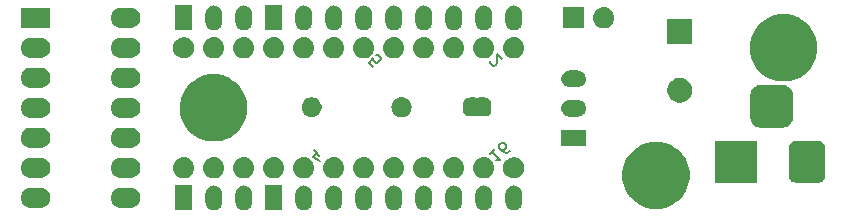
<source format=gbr>
G04 #@! TF.GenerationSoftware,KiCad,Pcbnew,(5.1.4)-1*
G04 #@! TF.CreationDate,2019-11-20T20:31:01+01:00*
G04 #@! TF.ProjectId,ArtNetNode1.2,4172744e-6574-44e6-9f64-65312e322e6b,rev?*
G04 #@! TF.SameCoordinates,Original*
G04 #@! TF.FileFunction,Soldermask,Bot*
G04 #@! TF.FilePolarity,Negative*
%FSLAX46Y46*%
G04 Gerber Fmt 4.6, Leading zero omitted, Abs format (unit mm)*
G04 Created by KiCad (PCBNEW (5.1.4)-1) date 2019-11-20 20:31:01*
%MOMM*%
%LPD*%
G04 APERTURE LIST*
%ADD10C,0.150000*%
%ADD11C,0.100000*%
G04 APERTURE END LIST*
D10*
X201178748Y-62118511D02*
X201178748Y-62185855D01*
X201212420Y-62286870D01*
X201380778Y-62455229D01*
X201481794Y-62488900D01*
X201549137Y-62488900D01*
X201650152Y-62455229D01*
X201717496Y-62387885D01*
X201784839Y-62253198D01*
X201784839Y-61445076D01*
X202222572Y-61882809D01*
X186746870Y-70096175D02*
X186275465Y-69624770D01*
X186847885Y-70533908D02*
X186174450Y-70197190D01*
X186612183Y-69759457D01*
X201582809Y-69557427D02*
X201178748Y-69961488D01*
X201380778Y-69759457D02*
X202087885Y-70466564D01*
X201919526Y-70432892D01*
X201784839Y-70432892D01*
X201683824Y-70466564D01*
X202896007Y-69658442D02*
X202761320Y-69793129D01*
X202660305Y-69826801D01*
X202592961Y-69826801D01*
X202424603Y-69793129D01*
X202256244Y-69692114D01*
X201986870Y-69422740D01*
X201953198Y-69321725D01*
X201953198Y-69254381D01*
X201986870Y-69153366D01*
X202121557Y-69018679D01*
X202222572Y-68985007D01*
X202289916Y-68985007D01*
X202390931Y-69018679D01*
X202559290Y-69187038D01*
X202592961Y-69288053D01*
X202592961Y-69355396D01*
X202559290Y-69456412D01*
X202424603Y-69591099D01*
X202323587Y-69624770D01*
X202256244Y-69624770D01*
X202155229Y-69591099D01*
X191321794Y-62556244D02*
X190985076Y-62219526D01*
X191288122Y-61849137D01*
X191288122Y-61916481D01*
X191321794Y-62017496D01*
X191490152Y-62185855D01*
X191591168Y-62219526D01*
X191658511Y-62219526D01*
X191759526Y-62185855D01*
X191927885Y-62017496D01*
X191961557Y-61916481D01*
X191961557Y-61849137D01*
X191927885Y-61748122D01*
X191759526Y-61579763D01*
X191658511Y-61546091D01*
X191591168Y-61546091D01*
D11*
G36*
X185567420Y-72619143D02*
G01*
X185699556Y-72659227D01*
X185699558Y-72659228D01*
X185821338Y-72724320D01*
X185821340Y-72724321D01*
X185821339Y-72724321D01*
X185928080Y-72811920D01*
X185935789Y-72821314D01*
X186015680Y-72918661D01*
X186031894Y-72948996D01*
X186080773Y-73040443D01*
X186120857Y-73172579D01*
X186131000Y-73275568D01*
X186131000Y-74044432D01*
X186120857Y-74147421D01*
X186085292Y-74264659D01*
X186080772Y-74279559D01*
X186015680Y-74401339D01*
X185928080Y-74508080D01*
X185821339Y-74595680D01*
X185802031Y-74606000D01*
X185699557Y-74660773D01*
X185567421Y-74700857D01*
X185430000Y-74714391D01*
X185292580Y-74700857D01*
X185160444Y-74660773D01*
X185057970Y-74606000D01*
X185038662Y-74595680D01*
X184931921Y-74508080D01*
X184844321Y-74401339D01*
X184779229Y-74279559D01*
X184774709Y-74264659D01*
X184739143Y-74147421D01*
X184729000Y-74044432D01*
X184729000Y-73275569D01*
X184739143Y-73172580D01*
X184779227Y-73040444D01*
X184779229Y-73040441D01*
X184844320Y-72918662D01*
X184860029Y-72899520D01*
X184931920Y-72811920D01*
X185038660Y-72724321D01*
X185038659Y-72724321D01*
X185038661Y-72724320D01*
X185160441Y-72659228D01*
X185160443Y-72659227D01*
X185292579Y-72619143D01*
X185430000Y-72605609D01*
X185567420Y-72619143D01*
X185567420Y-72619143D01*
G37*
G36*
X177947420Y-72619143D02*
G01*
X178079556Y-72659227D01*
X178079558Y-72659228D01*
X178201338Y-72724320D01*
X178201340Y-72724321D01*
X178201339Y-72724321D01*
X178308080Y-72811920D01*
X178315789Y-72821314D01*
X178395680Y-72918661D01*
X178411894Y-72948996D01*
X178460773Y-73040443D01*
X178500857Y-73172579D01*
X178511000Y-73275568D01*
X178511000Y-74044432D01*
X178500857Y-74147421D01*
X178465292Y-74264659D01*
X178460772Y-74279559D01*
X178395680Y-74401339D01*
X178308080Y-74508080D01*
X178201339Y-74595680D01*
X178182031Y-74606000D01*
X178079557Y-74660773D01*
X177947421Y-74700857D01*
X177810000Y-74714391D01*
X177672580Y-74700857D01*
X177540444Y-74660773D01*
X177437970Y-74606000D01*
X177418662Y-74595680D01*
X177311921Y-74508080D01*
X177224321Y-74401339D01*
X177159229Y-74279559D01*
X177154709Y-74264659D01*
X177119143Y-74147421D01*
X177109000Y-74044432D01*
X177109000Y-73275569D01*
X177119143Y-73172580D01*
X177159227Y-73040444D01*
X177159229Y-73040441D01*
X177224320Y-72918662D01*
X177240029Y-72899520D01*
X177311920Y-72811920D01*
X177418660Y-72724321D01*
X177418659Y-72724321D01*
X177418661Y-72724320D01*
X177540441Y-72659228D01*
X177540443Y-72659227D01*
X177672579Y-72619143D01*
X177810000Y-72605609D01*
X177947420Y-72619143D01*
X177947420Y-72619143D01*
G37*
G36*
X180487420Y-72619143D02*
G01*
X180619556Y-72659227D01*
X180619558Y-72659228D01*
X180741338Y-72724320D01*
X180741340Y-72724321D01*
X180741339Y-72724321D01*
X180848080Y-72811920D01*
X180855789Y-72821314D01*
X180935680Y-72918661D01*
X180951894Y-72948996D01*
X181000773Y-73040443D01*
X181040857Y-73172579D01*
X181051000Y-73275568D01*
X181051000Y-74044432D01*
X181040857Y-74147421D01*
X181005292Y-74264659D01*
X181000772Y-74279559D01*
X180935680Y-74401339D01*
X180848080Y-74508080D01*
X180741339Y-74595680D01*
X180722031Y-74606000D01*
X180619557Y-74660773D01*
X180487421Y-74700857D01*
X180350000Y-74714391D01*
X180212580Y-74700857D01*
X180080444Y-74660773D01*
X179977970Y-74606000D01*
X179958662Y-74595680D01*
X179851921Y-74508080D01*
X179764321Y-74401339D01*
X179699229Y-74279559D01*
X179694709Y-74264659D01*
X179659143Y-74147421D01*
X179649000Y-74044432D01*
X179649000Y-73275569D01*
X179659143Y-73172580D01*
X179699227Y-73040444D01*
X179699229Y-73040441D01*
X179764320Y-72918662D01*
X179780029Y-72899520D01*
X179851920Y-72811920D01*
X179958660Y-72724321D01*
X179958659Y-72724321D01*
X179958661Y-72724320D01*
X180080441Y-72659228D01*
X180080443Y-72659227D01*
X180212579Y-72619143D01*
X180350000Y-72605609D01*
X180487420Y-72619143D01*
X180487420Y-72619143D01*
G37*
G36*
X198267420Y-72619143D02*
G01*
X198399556Y-72659227D01*
X198399558Y-72659228D01*
X198521338Y-72724320D01*
X198521340Y-72724321D01*
X198521339Y-72724321D01*
X198628080Y-72811920D01*
X198635789Y-72821314D01*
X198715680Y-72918661D01*
X198731894Y-72948996D01*
X198780773Y-73040443D01*
X198820857Y-73172579D01*
X198831000Y-73275568D01*
X198831000Y-74044432D01*
X198820857Y-74147421D01*
X198785292Y-74264659D01*
X198780772Y-74279559D01*
X198715680Y-74401339D01*
X198628080Y-74508080D01*
X198521339Y-74595680D01*
X198502031Y-74606000D01*
X198399557Y-74660773D01*
X198267421Y-74700857D01*
X198130000Y-74714391D01*
X197992580Y-74700857D01*
X197860444Y-74660773D01*
X197757970Y-74606000D01*
X197738662Y-74595680D01*
X197631921Y-74508080D01*
X197544321Y-74401339D01*
X197479229Y-74279559D01*
X197474709Y-74264659D01*
X197439143Y-74147421D01*
X197429000Y-74044432D01*
X197429000Y-73275569D01*
X197439143Y-73172580D01*
X197479227Y-73040444D01*
X197479229Y-73040441D01*
X197544320Y-72918662D01*
X197560029Y-72899520D01*
X197631920Y-72811920D01*
X197738660Y-72724321D01*
X197738659Y-72724321D01*
X197738661Y-72724320D01*
X197860441Y-72659228D01*
X197860443Y-72659227D01*
X197992579Y-72619143D01*
X198130000Y-72605609D01*
X198267420Y-72619143D01*
X198267420Y-72619143D01*
G37*
G36*
X200807420Y-72619143D02*
G01*
X200939556Y-72659227D01*
X200939558Y-72659228D01*
X201061338Y-72724320D01*
X201061340Y-72724321D01*
X201061339Y-72724321D01*
X201168080Y-72811920D01*
X201175789Y-72821314D01*
X201255680Y-72918661D01*
X201271894Y-72948996D01*
X201320773Y-73040443D01*
X201360857Y-73172579D01*
X201371000Y-73275568D01*
X201371000Y-74044432D01*
X201360857Y-74147421D01*
X201325292Y-74264659D01*
X201320772Y-74279559D01*
X201255680Y-74401339D01*
X201168080Y-74508080D01*
X201061339Y-74595680D01*
X201042031Y-74606000D01*
X200939557Y-74660773D01*
X200807421Y-74700857D01*
X200670000Y-74714391D01*
X200532580Y-74700857D01*
X200400444Y-74660773D01*
X200297970Y-74606000D01*
X200278662Y-74595680D01*
X200171921Y-74508080D01*
X200084321Y-74401339D01*
X200019229Y-74279559D01*
X200014709Y-74264659D01*
X199979143Y-74147421D01*
X199969000Y-74044432D01*
X199969000Y-73275569D01*
X199979143Y-73172580D01*
X200019227Y-73040444D01*
X200019229Y-73040441D01*
X200084320Y-72918662D01*
X200100029Y-72899520D01*
X200171920Y-72811920D01*
X200278660Y-72724321D01*
X200278659Y-72724321D01*
X200278661Y-72724320D01*
X200400441Y-72659228D01*
X200400443Y-72659227D01*
X200532579Y-72619143D01*
X200670000Y-72605609D01*
X200807420Y-72619143D01*
X200807420Y-72619143D01*
G37*
G36*
X195727420Y-72619143D02*
G01*
X195859556Y-72659227D01*
X195859558Y-72659228D01*
X195981338Y-72724320D01*
X195981340Y-72724321D01*
X195981339Y-72724321D01*
X196088080Y-72811920D01*
X196095789Y-72821314D01*
X196175680Y-72918661D01*
X196191894Y-72948996D01*
X196240773Y-73040443D01*
X196280857Y-73172579D01*
X196291000Y-73275568D01*
X196291000Y-74044432D01*
X196280857Y-74147421D01*
X196245292Y-74264659D01*
X196240772Y-74279559D01*
X196175680Y-74401339D01*
X196088080Y-74508080D01*
X195981339Y-74595680D01*
X195962031Y-74606000D01*
X195859557Y-74660773D01*
X195727421Y-74700857D01*
X195590000Y-74714391D01*
X195452580Y-74700857D01*
X195320444Y-74660773D01*
X195217970Y-74606000D01*
X195198662Y-74595680D01*
X195091921Y-74508080D01*
X195004321Y-74401339D01*
X194939229Y-74279559D01*
X194934709Y-74264659D01*
X194899143Y-74147421D01*
X194889000Y-74044432D01*
X194889000Y-73275569D01*
X194899143Y-73172580D01*
X194939227Y-73040444D01*
X194939229Y-73040441D01*
X195004320Y-72918662D01*
X195020029Y-72899520D01*
X195091920Y-72811920D01*
X195198660Y-72724321D01*
X195198659Y-72724321D01*
X195198661Y-72724320D01*
X195320441Y-72659228D01*
X195320443Y-72659227D01*
X195452579Y-72619143D01*
X195590000Y-72605609D01*
X195727420Y-72619143D01*
X195727420Y-72619143D01*
G37*
G36*
X193187420Y-72619143D02*
G01*
X193319556Y-72659227D01*
X193319558Y-72659228D01*
X193441338Y-72724320D01*
X193441340Y-72724321D01*
X193441339Y-72724321D01*
X193548080Y-72811920D01*
X193555789Y-72821314D01*
X193635680Y-72918661D01*
X193651894Y-72948996D01*
X193700773Y-73040443D01*
X193740857Y-73172579D01*
X193751000Y-73275568D01*
X193751000Y-74044432D01*
X193740857Y-74147421D01*
X193705292Y-74264659D01*
X193700772Y-74279559D01*
X193635680Y-74401339D01*
X193548080Y-74508080D01*
X193441339Y-74595680D01*
X193422031Y-74606000D01*
X193319557Y-74660773D01*
X193187421Y-74700857D01*
X193050000Y-74714391D01*
X192912580Y-74700857D01*
X192780444Y-74660773D01*
X192677970Y-74606000D01*
X192658662Y-74595680D01*
X192551921Y-74508080D01*
X192464321Y-74401339D01*
X192399229Y-74279559D01*
X192394709Y-74264659D01*
X192359143Y-74147421D01*
X192349000Y-74044432D01*
X192349000Y-73275569D01*
X192359143Y-73172580D01*
X192399227Y-73040444D01*
X192399229Y-73040441D01*
X192464320Y-72918662D01*
X192480029Y-72899520D01*
X192551920Y-72811920D01*
X192658660Y-72724321D01*
X192658659Y-72724321D01*
X192658661Y-72724320D01*
X192780441Y-72659228D01*
X192780443Y-72659227D01*
X192912579Y-72619143D01*
X193050000Y-72605609D01*
X193187420Y-72619143D01*
X193187420Y-72619143D01*
G37*
G36*
X203347420Y-72619143D02*
G01*
X203479556Y-72659227D01*
X203479558Y-72659228D01*
X203601338Y-72724320D01*
X203601340Y-72724321D01*
X203601339Y-72724321D01*
X203708080Y-72811920D01*
X203715789Y-72821314D01*
X203795680Y-72918661D01*
X203811894Y-72948996D01*
X203860773Y-73040443D01*
X203900857Y-73172579D01*
X203911000Y-73275568D01*
X203911000Y-74044432D01*
X203900857Y-74147421D01*
X203865292Y-74264659D01*
X203860772Y-74279559D01*
X203795680Y-74401339D01*
X203708080Y-74508080D01*
X203601339Y-74595680D01*
X203582031Y-74606000D01*
X203479557Y-74660773D01*
X203347421Y-74700857D01*
X203210000Y-74714391D01*
X203072580Y-74700857D01*
X202940444Y-74660773D01*
X202837970Y-74606000D01*
X202818662Y-74595680D01*
X202711921Y-74508080D01*
X202624321Y-74401339D01*
X202559229Y-74279559D01*
X202554709Y-74264659D01*
X202519143Y-74147421D01*
X202509000Y-74044432D01*
X202509000Y-73275569D01*
X202519143Y-73172580D01*
X202559227Y-73040444D01*
X202559229Y-73040441D01*
X202624320Y-72918662D01*
X202640029Y-72899520D01*
X202711920Y-72811920D01*
X202818660Y-72724321D01*
X202818659Y-72724321D01*
X202818661Y-72724320D01*
X202940441Y-72659228D01*
X202940443Y-72659227D01*
X203072579Y-72619143D01*
X203210000Y-72605609D01*
X203347420Y-72619143D01*
X203347420Y-72619143D01*
G37*
G36*
X188107420Y-72619143D02*
G01*
X188239556Y-72659227D01*
X188239558Y-72659228D01*
X188361338Y-72724320D01*
X188361340Y-72724321D01*
X188361339Y-72724321D01*
X188468080Y-72811920D01*
X188475789Y-72821314D01*
X188555680Y-72918661D01*
X188571894Y-72948996D01*
X188620773Y-73040443D01*
X188660857Y-73172579D01*
X188671000Y-73275568D01*
X188671000Y-74044432D01*
X188660857Y-74147421D01*
X188625292Y-74264659D01*
X188620772Y-74279559D01*
X188555680Y-74401339D01*
X188468080Y-74508080D01*
X188361339Y-74595680D01*
X188342031Y-74606000D01*
X188239557Y-74660773D01*
X188107421Y-74700857D01*
X187970000Y-74714391D01*
X187832580Y-74700857D01*
X187700444Y-74660773D01*
X187597970Y-74606000D01*
X187578662Y-74595680D01*
X187471921Y-74508080D01*
X187384321Y-74401339D01*
X187319229Y-74279559D01*
X187314709Y-74264659D01*
X187279143Y-74147421D01*
X187269000Y-74044432D01*
X187269000Y-73275569D01*
X187279143Y-73172580D01*
X187319227Y-73040444D01*
X187319229Y-73040441D01*
X187384320Y-72918662D01*
X187400029Y-72899520D01*
X187471920Y-72811920D01*
X187578660Y-72724321D01*
X187578659Y-72724321D01*
X187578661Y-72724320D01*
X187700441Y-72659228D01*
X187700443Y-72659227D01*
X187832579Y-72619143D01*
X187970000Y-72605609D01*
X188107420Y-72619143D01*
X188107420Y-72619143D01*
G37*
G36*
X190647420Y-72619143D02*
G01*
X190779556Y-72659227D01*
X190779558Y-72659228D01*
X190901338Y-72724320D01*
X190901340Y-72724321D01*
X190901339Y-72724321D01*
X191008080Y-72811920D01*
X191015789Y-72821314D01*
X191095680Y-72918661D01*
X191111894Y-72948996D01*
X191160773Y-73040443D01*
X191200857Y-73172579D01*
X191211000Y-73275568D01*
X191211000Y-74044432D01*
X191200857Y-74147421D01*
X191165292Y-74264659D01*
X191160772Y-74279559D01*
X191095680Y-74401339D01*
X191008080Y-74508080D01*
X190901339Y-74595680D01*
X190882031Y-74606000D01*
X190779557Y-74660773D01*
X190647421Y-74700857D01*
X190510000Y-74714391D01*
X190372580Y-74700857D01*
X190240444Y-74660773D01*
X190137970Y-74606000D01*
X190118662Y-74595680D01*
X190011921Y-74508080D01*
X189924321Y-74401339D01*
X189859229Y-74279559D01*
X189854709Y-74264659D01*
X189819143Y-74147421D01*
X189809000Y-74044432D01*
X189809000Y-73275569D01*
X189819143Y-73172580D01*
X189859227Y-73040444D01*
X189859229Y-73040441D01*
X189924320Y-72918662D01*
X189940029Y-72899520D01*
X190011920Y-72811920D01*
X190118660Y-72724321D01*
X190118659Y-72724321D01*
X190118661Y-72724320D01*
X190240441Y-72659228D01*
X190240443Y-72659227D01*
X190372579Y-72619143D01*
X190510000Y-72605609D01*
X190647420Y-72619143D01*
X190647420Y-72619143D01*
G37*
G36*
X175971000Y-74711000D02*
G01*
X174569000Y-74711000D01*
X174569000Y-72609000D01*
X175971000Y-72609000D01*
X175971000Y-74711000D01*
X175971000Y-74711000D01*
G37*
G36*
X183591000Y-74711000D02*
G01*
X182189000Y-74711000D01*
X182189000Y-72609000D01*
X183591000Y-72609000D01*
X183591000Y-74711000D01*
X183591000Y-74711000D01*
G37*
G36*
X215684876Y-68931664D02*
G01*
X216096606Y-69013562D01*
X216615455Y-69228476D01*
X216900125Y-69418687D01*
X217066927Y-69530140D01*
X217082407Y-69540484D01*
X217479516Y-69937593D01*
X217791524Y-70404545D01*
X218006438Y-70923394D01*
X218045545Y-71120000D01*
X218114462Y-71466466D01*
X218116000Y-71474201D01*
X218116000Y-72035799D01*
X218006438Y-72586606D01*
X217791524Y-73105455D01*
X217541579Y-73479524D01*
X217479517Y-73572406D01*
X217082406Y-73969517D01*
X216989524Y-74031579D01*
X216615455Y-74281524D01*
X216096606Y-74496438D01*
X215545800Y-74606000D01*
X214984200Y-74606000D01*
X214433394Y-74496438D01*
X213914545Y-74281524D01*
X213540476Y-74031579D01*
X213447594Y-73969517D01*
X213050483Y-73572406D01*
X212988421Y-73479524D01*
X212738476Y-73105455D01*
X212523562Y-72586606D01*
X212414000Y-72035799D01*
X212414000Y-71474201D01*
X212415539Y-71466466D01*
X212484455Y-71120000D01*
X212523562Y-70923394D01*
X212738476Y-70404545D01*
X213050484Y-69937593D01*
X213447593Y-69540484D01*
X213463074Y-69530140D01*
X213629875Y-69418687D01*
X213914545Y-69228476D01*
X214433394Y-69013562D01*
X214845124Y-68931664D01*
X214984200Y-68904000D01*
X215545800Y-68904000D01*
X215684876Y-68931664D01*
X215684876Y-68931664D01*
G37*
G36*
X170912623Y-72821313D02*
G01*
X171073042Y-72869976D01*
X171164123Y-72918660D01*
X171220878Y-72948996D01*
X171350459Y-73055341D01*
X171456804Y-73184922D01*
X171456805Y-73184924D01*
X171535824Y-73332758D01*
X171584487Y-73493177D01*
X171600917Y-73660000D01*
X171584487Y-73826823D01*
X171535824Y-73987242D01*
X171505257Y-74044429D01*
X171456804Y-74135078D01*
X171350459Y-74264659D01*
X171220878Y-74371004D01*
X171220876Y-74371005D01*
X171073042Y-74450024D01*
X170912623Y-74498687D01*
X170787604Y-74511000D01*
X169903996Y-74511000D01*
X169778977Y-74498687D01*
X169618558Y-74450024D01*
X169470724Y-74371005D01*
X169470722Y-74371004D01*
X169341141Y-74264659D01*
X169234796Y-74135078D01*
X169186343Y-74044429D01*
X169155776Y-73987242D01*
X169107113Y-73826823D01*
X169090683Y-73660000D01*
X169107113Y-73493177D01*
X169155776Y-73332758D01*
X169234795Y-73184924D01*
X169234796Y-73184922D01*
X169341141Y-73055341D01*
X169470722Y-72948996D01*
X169527477Y-72918660D01*
X169618558Y-72869976D01*
X169778977Y-72821313D01*
X169903996Y-72809000D01*
X170787604Y-72809000D01*
X170912623Y-72821313D01*
X170912623Y-72821313D01*
G37*
G36*
X163292623Y-72821313D02*
G01*
X163453042Y-72869976D01*
X163544123Y-72918660D01*
X163600878Y-72948996D01*
X163730459Y-73055341D01*
X163836804Y-73184922D01*
X163836805Y-73184924D01*
X163915824Y-73332758D01*
X163964487Y-73493177D01*
X163980917Y-73660000D01*
X163964487Y-73826823D01*
X163915824Y-73987242D01*
X163885257Y-74044429D01*
X163836804Y-74135078D01*
X163730459Y-74264659D01*
X163600878Y-74371004D01*
X163600876Y-74371005D01*
X163453042Y-74450024D01*
X163292623Y-74498687D01*
X163167604Y-74511000D01*
X162283996Y-74511000D01*
X162158977Y-74498687D01*
X161998558Y-74450024D01*
X161850724Y-74371005D01*
X161850722Y-74371004D01*
X161721141Y-74264659D01*
X161614796Y-74135078D01*
X161566343Y-74044429D01*
X161535776Y-73987242D01*
X161487113Y-73826823D01*
X161470683Y-73660000D01*
X161487113Y-73493177D01*
X161535776Y-73332758D01*
X161614795Y-73184924D01*
X161614796Y-73184922D01*
X161721141Y-73055341D01*
X161850722Y-72948996D01*
X161907477Y-72918660D01*
X161998558Y-72869976D01*
X162158977Y-72821313D01*
X162283996Y-72809000D01*
X163167604Y-72809000D01*
X163292623Y-72821313D01*
X163292623Y-72821313D01*
G37*
G36*
X229020979Y-68825293D02*
G01*
X229154625Y-68865834D01*
X229277784Y-68931664D01*
X229385740Y-69020260D01*
X229474336Y-69128216D01*
X229540166Y-69251375D01*
X229580707Y-69385021D01*
X229595000Y-69530140D01*
X229595000Y-71693860D01*
X229580707Y-71838979D01*
X229540166Y-71972625D01*
X229474336Y-72095784D01*
X229385740Y-72203740D01*
X229277784Y-72292336D01*
X229154625Y-72358166D01*
X229020979Y-72398707D01*
X228875860Y-72413000D01*
X227212140Y-72413000D01*
X227067021Y-72398707D01*
X226933375Y-72358166D01*
X226810216Y-72292336D01*
X226702260Y-72203740D01*
X226613664Y-72095784D01*
X226547834Y-71972625D01*
X226507293Y-71838979D01*
X226493000Y-71693860D01*
X226493000Y-69530140D01*
X226507293Y-69385021D01*
X226547834Y-69251375D01*
X226613664Y-69128216D01*
X226702260Y-69020260D01*
X226810216Y-68931664D01*
X226933375Y-68865834D01*
X227067021Y-68825293D01*
X227212140Y-68811000D01*
X228875860Y-68811000D01*
X229020979Y-68825293D01*
X229020979Y-68825293D01*
G37*
G36*
X223845000Y-72413000D02*
G01*
X220243000Y-72413000D01*
X220243000Y-68811000D01*
X223845000Y-68811000D01*
X223845000Y-72413000D01*
X223845000Y-72413000D01*
G37*
G36*
X175370442Y-70225518D02*
G01*
X175436627Y-70232037D01*
X175606466Y-70283557D01*
X175762991Y-70367222D01*
X175798729Y-70396552D01*
X175900186Y-70479814D01*
X175983448Y-70581271D01*
X176012778Y-70617009D01*
X176096443Y-70773534D01*
X176147963Y-70943373D01*
X176165359Y-71120000D01*
X176147963Y-71296627D01*
X176096443Y-71466466D01*
X176012778Y-71622991D01*
X175983448Y-71658729D01*
X175900186Y-71760186D01*
X175804175Y-71838979D01*
X175762991Y-71872778D01*
X175606466Y-71956443D01*
X175436627Y-72007963D01*
X175370443Y-72014481D01*
X175304260Y-72021000D01*
X175215740Y-72021000D01*
X175149557Y-72014481D01*
X175083373Y-72007963D01*
X174913534Y-71956443D01*
X174757009Y-71872778D01*
X174715825Y-71838979D01*
X174619814Y-71760186D01*
X174536552Y-71658729D01*
X174507222Y-71622991D01*
X174423557Y-71466466D01*
X174372037Y-71296627D01*
X174354641Y-71120000D01*
X174372037Y-70943373D01*
X174423557Y-70773534D01*
X174507222Y-70617009D01*
X174536552Y-70581271D01*
X174619814Y-70479814D01*
X174721271Y-70396552D01*
X174757009Y-70367222D01*
X174913534Y-70283557D01*
X175083373Y-70232037D01*
X175149558Y-70225518D01*
X175215740Y-70219000D01*
X175304260Y-70219000D01*
X175370442Y-70225518D01*
X175370442Y-70225518D01*
G37*
G36*
X180450442Y-70225518D02*
G01*
X180516627Y-70232037D01*
X180686466Y-70283557D01*
X180842991Y-70367222D01*
X180878729Y-70396552D01*
X180980186Y-70479814D01*
X181063448Y-70581271D01*
X181092778Y-70617009D01*
X181176443Y-70773534D01*
X181227963Y-70943373D01*
X181245359Y-71120000D01*
X181227963Y-71296627D01*
X181176443Y-71466466D01*
X181092778Y-71622991D01*
X181063448Y-71658729D01*
X180980186Y-71760186D01*
X180884175Y-71838979D01*
X180842991Y-71872778D01*
X180686466Y-71956443D01*
X180516627Y-72007963D01*
X180450443Y-72014481D01*
X180384260Y-72021000D01*
X180295740Y-72021000D01*
X180229557Y-72014481D01*
X180163373Y-72007963D01*
X179993534Y-71956443D01*
X179837009Y-71872778D01*
X179795825Y-71838979D01*
X179699814Y-71760186D01*
X179616552Y-71658729D01*
X179587222Y-71622991D01*
X179503557Y-71466466D01*
X179452037Y-71296627D01*
X179434641Y-71120000D01*
X179452037Y-70943373D01*
X179503557Y-70773534D01*
X179587222Y-70617009D01*
X179616552Y-70581271D01*
X179699814Y-70479814D01*
X179801271Y-70396552D01*
X179837009Y-70367222D01*
X179993534Y-70283557D01*
X180163373Y-70232037D01*
X180229558Y-70225518D01*
X180295740Y-70219000D01*
X180384260Y-70219000D01*
X180450442Y-70225518D01*
X180450442Y-70225518D01*
G37*
G36*
X185530442Y-70225518D02*
G01*
X185596627Y-70232037D01*
X185766466Y-70283557D01*
X185922991Y-70367222D01*
X185958729Y-70396552D01*
X186060186Y-70479814D01*
X186143448Y-70581271D01*
X186172778Y-70617009D01*
X186256443Y-70773534D01*
X186307963Y-70943373D01*
X186325359Y-71120000D01*
X186307963Y-71296627D01*
X186256443Y-71466466D01*
X186172778Y-71622991D01*
X186143448Y-71658729D01*
X186060186Y-71760186D01*
X185964175Y-71838979D01*
X185922991Y-71872778D01*
X185766466Y-71956443D01*
X185596627Y-72007963D01*
X185530443Y-72014481D01*
X185464260Y-72021000D01*
X185375740Y-72021000D01*
X185309557Y-72014481D01*
X185243373Y-72007963D01*
X185073534Y-71956443D01*
X184917009Y-71872778D01*
X184875825Y-71838979D01*
X184779814Y-71760186D01*
X184696552Y-71658729D01*
X184667222Y-71622991D01*
X184583557Y-71466466D01*
X184532037Y-71296627D01*
X184514641Y-71120000D01*
X184532037Y-70943373D01*
X184583557Y-70773534D01*
X184667222Y-70617009D01*
X184696552Y-70581271D01*
X184779814Y-70479814D01*
X184881271Y-70396552D01*
X184917009Y-70367222D01*
X185073534Y-70283557D01*
X185243373Y-70232037D01*
X185309558Y-70225518D01*
X185375740Y-70219000D01*
X185464260Y-70219000D01*
X185530442Y-70225518D01*
X185530442Y-70225518D01*
G37*
G36*
X190610442Y-70225518D02*
G01*
X190676627Y-70232037D01*
X190846466Y-70283557D01*
X191002991Y-70367222D01*
X191038729Y-70396552D01*
X191140186Y-70479814D01*
X191223448Y-70581271D01*
X191252778Y-70617009D01*
X191336443Y-70773534D01*
X191387963Y-70943373D01*
X191405359Y-71120000D01*
X191387963Y-71296627D01*
X191336443Y-71466466D01*
X191252778Y-71622991D01*
X191223448Y-71658729D01*
X191140186Y-71760186D01*
X191044175Y-71838979D01*
X191002991Y-71872778D01*
X190846466Y-71956443D01*
X190676627Y-72007963D01*
X190610443Y-72014481D01*
X190544260Y-72021000D01*
X190455740Y-72021000D01*
X190389557Y-72014481D01*
X190323373Y-72007963D01*
X190153534Y-71956443D01*
X189997009Y-71872778D01*
X189955825Y-71838979D01*
X189859814Y-71760186D01*
X189776552Y-71658729D01*
X189747222Y-71622991D01*
X189663557Y-71466466D01*
X189612037Y-71296627D01*
X189594641Y-71120000D01*
X189612037Y-70943373D01*
X189663557Y-70773534D01*
X189747222Y-70617009D01*
X189776552Y-70581271D01*
X189859814Y-70479814D01*
X189961271Y-70396552D01*
X189997009Y-70367222D01*
X190153534Y-70283557D01*
X190323373Y-70232037D01*
X190389558Y-70225518D01*
X190455740Y-70219000D01*
X190544260Y-70219000D01*
X190610442Y-70225518D01*
X190610442Y-70225518D01*
G37*
G36*
X193150442Y-70225518D02*
G01*
X193216627Y-70232037D01*
X193386466Y-70283557D01*
X193542991Y-70367222D01*
X193578729Y-70396552D01*
X193680186Y-70479814D01*
X193763448Y-70581271D01*
X193792778Y-70617009D01*
X193876443Y-70773534D01*
X193927963Y-70943373D01*
X193945359Y-71120000D01*
X193927963Y-71296627D01*
X193876443Y-71466466D01*
X193792778Y-71622991D01*
X193763448Y-71658729D01*
X193680186Y-71760186D01*
X193584175Y-71838979D01*
X193542991Y-71872778D01*
X193386466Y-71956443D01*
X193216627Y-72007963D01*
X193150443Y-72014481D01*
X193084260Y-72021000D01*
X192995740Y-72021000D01*
X192929557Y-72014481D01*
X192863373Y-72007963D01*
X192693534Y-71956443D01*
X192537009Y-71872778D01*
X192495825Y-71838979D01*
X192399814Y-71760186D01*
X192316552Y-71658729D01*
X192287222Y-71622991D01*
X192203557Y-71466466D01*
X192152037Y-71296627D01*
X192134641Y-71120000D01*
X192152037Y-70943373D01*
X192203557Y-70773534D01*
X192287222Y-70617009D01*
X192316552Y-70581271D01*
X192399814Y-70479814D01*
X192501271Y-70396552D01*
X192537009Y-70367222D01*
X192693534Y-70283557D01*
X192863373Y-70232037D01*
X192929558Y-70225518D01*
X192995740Y-70219000D01*
X193084260Y-70219000D01*
X193150442Y-70225518D01*
X193150442Y-70225518D01*
G37*
G36*
X195690442Y-70225518D02*
G01*
X195756627Y-70232037D01*
X195926466Y-70283557D01*
X196082991Y-70367222D01*
X196118729Y-70396552D01*
X196220186Y-70479814D01*
X196303448Y-70581271D01*
X196332778Y-70617009D01*
X196416443Y-70773534D01*
X196467963Y-70943373D01*
X196485359Y-71120000D01*
X196467963Y-71296627D01*
X196416443Y-71466466D01*
X196332778Y-71622991D01*
X196303448Y-71658729D01*
X196220186Y-71760186D01*
X196124175Y-71838979D01*
X196082991Y-71872778D01*
X195926466Y-71956443D01*
X195756627Y-72007963D01*
X195690443Y-72014481D01*
X195624260Y-72021000D01*
X195535740Y-72021000D01*
X195469557Y-72014481D01*
X195403373Y-72007963D01*
X195233534Y-71956443D01*
X195077009Y-71872778D01*
X195035825Y-71838979D01*
X194939814Y-71760186D01*
X194856552Y-71658729D01*
X194827222Y-71622991D01*
X194743557Y-71466466D01*
X194692037Y-71296627D01*
X194674641Y-71120000D01*
X194692037Y-70943373D01*
X194743557Y-70773534D01*
X194827222Y-70617009D01*
X194856552Y-70581271D01*
X194939814Y-70479814D01*
X195041271Y-70396552D01*
X195077009Y-70367222D01*
X195233534Y-70283557D01*
X195403373Y-70232037D01*
X195469558Y-70225518D01*
X195535740Y-70219000D01*
X195624260Y-70219000D01*
X195690442Y-70225518D01*
X195690442Y-70225518D01*
G37*
G36*
X200770442Y-70225518D02*
G01*
X200836627Y-70232037D01*
X201006466Y-70283557D01*
X201162991Y-70367222D01*
X201198729Y-70396552D01*
X201300186Y-70479814D01*
X201383448Y-70581271D01*
X201412778Y-70617009D01*
X201496443Y-70773534D01*
X201547963Y-70943373D01*
X201565359Y-71120000D01*
X201547963Y-71296627D01*
X201496443Y-71466466D01*
X201412778Y-71622991D01*
X201383448Y-71658729D01*
X201300186Y-71760186D01*
X201204175Y-71838979D01*
X201162991Y-71872778D01*
X201006466Y-71956443D01*
X200836627Y-72007963D01*
X200770443Y-72014481D01*
X200704260Y-72021000D01*
X200615740Y-72021000D01*
X200549557Y-72014481D01*
X200483373Y-72007963D01*
X200313534Y-71956443D01*
X200157009Y-71872778D01*
X200115825Y-71838979D01*
X200019814Y-71760186D01*
X199936552Y-71658729D01*
X199907222Y-71622991D01*
X199823557Y-71466466D01*
X199772037Y-71296627D01*
X199754641Y-71120000D01*
X199772037Y-70943373D01*
X199823557Y-70773534D01*
X199907222Y-70617009D01*
X199936552Y-70581271D01*
X200019814Y-70479814D01*
X200121271Y-70396552D01*
X200157009Y-70367222D01*
X200313534Y-70283557D01*
X200483373Y-70232037D01*
X200549558Y-70225518D01*
X200615740Y-70219000D01*
X200704260Y-70219000D01*
X200770442Y-70225518D01*
X200770442Y-70225518D01*
G37*
G36*
X203313512Y-70223927D02*
G01*
X203462812Y-70253624D01*
X203626784Y-70321544D01*
X203774354Y-70420147D01*
X203899853Y-70545646D01*
X203998456Y-70693216D01*
X204066376Y-70857188D01*
X204101000Y-71031259D01*
X204101000Y-71208741D01*
X204066376Y-71382812D01*
X203998456Y-71546784D01*
X203899853Y-71694354D01*
X203774354Y-71819853D01*
X203626784Y-71918456D01*
X203462812Y-71986376D01*
X203313512Y-72016073D01*
X203288742Y-72021000D01*
X203111258Y-72021000D01*
X203086488Y-72016073D01*
X202937188Y-71986376D01*
X202773216Y-71918456D01*
X202625646Y-71819853D01*
X202500147Y-71694354D01*
X202401544Y-71546784D01*
X202333624Y-71382812D01*
X202299000Y-71208741D01*
X202299000Y-71031259D01*
X202333624Y-70857188D01*
X202401544Y-70693216D01*
X202500147Y-70545646D01*
X202625646Y-70420147D01*
X202773216Y-70321544D01*
X202937188Y-70253624D01*
X203086488Y-70223927D01*
X203111258Y-70219000D01*
X203288742Y-70219000D01*
X203313512Y-70223927D01*
X203313512Y-70223927D01*
G37*
G36*
X182990442Y-70225518D02*
G01*
X183056627Y-70232037D01*
X183226466Y-70283557D01*
X183382991Y-70367222D01*
X183418729Y-70396552D01*
X183520186Y-70479814D01*
X183603448Y-70581271D01*
X183632778Y-70617009D01*
X183716443Y-70773534D01*
X183767963Y-70943373D01*
X183785359Y-71120000D01*
X183767963Y-71296627D01*
X183716443Y-71466466D01*
X183632778Y-71622991D01*
X183603448Y-71658729D01*
X183520186Y-71760186D01*
X183424175Y-71838979D01*
X183382991Y-71872778D01*
X183226466Y-71956443D01*
X183056627Y-72007963D01*
X182990443Y-72014481D01*
X182924260Y-72021000D01*
X182835740Y-72021000D01*
X182769557Y-72014481D01*
X182703373Y-72007963D01*
X182533534Y-71956443D01*
X182377009Y-71872778D01*
X182335825Y-71838979D01*
X182239814Y-71760186D01*
X182156552Y-71658729D01*
X182127222Y-71622991D01*
X182043557Y-71466466D01*
X181992037Y-71296627D01*
X181974641Y-71120000D01*
X181992037Y-70943373D01*
X182043557Y-70773534D01*
X182127222Y-70617009D01*
X182156552Y-70581271D01*
X182239814Y-70479814D01*
X182341271Y-70396552D01*
X182377009Y-70367222D01*
X182533534Y-70283557D01*
X182703373Y-70232037D01*
X182769558Y-70225518D01*
X182835740Y-70219000D01*
X182924260Y-70219000D01*
X182990442Y-70225518D01*
X182990442Y-70225518D01*
G37*
G36*
X177910442Y-70225518D02*
G01*
X177976627Y-70232037D01*
X178146466Y-70283557D01*
X178302991Y-70367222D01*
X178338729Y-70396552D01*
X178440186Y-70479814D01*
X178523448Y-70581271D01*
X178552778Y-70617009D01*
X178636443Y-70773534D01*
X178687963Y-70943373D01*
X178705359Y-71120000D01*
X178687963Y-71296627D01*
X178636443Y-71466466D01*
X178552778Y-71622991D01*
X178523448Y-71658729D01*
X178440186Y-71760186D01*
X178344175Y-71838979D01*
X178302991Y-71872778D01*
X178146466Y-71956443D01*
X177976627Y-72007963D01*
X177910443Y-72014481D01*
X177844260Y-72021000D01*
X177755740Y-72021000D01*
X177689557Y-72014481D01*
X177623373Y-72007963D01*
X177453534Y-71956443D01*
X177297009Y-71872778D01*
X177255825Y-71838979D01*
X177159814Y-71760186D01*
X177076552Y-71658729D01*
X177047222Y-71622991D01*
X176963557Y-71466466D01*
X176912037Y-71296627D01*
X176894641Y-71120000D01*
X176912037Y-70943373D01*
X176963557Y-70773534D01*
X177047222Y-70617009D01*
X177076552Y-70581271D01*
X177159814Y-70479814D01*
X177261271Y-70396552D01*
X177297009Y-70367222D01*
X177453534Y-70283557D01*
X177623373Y-70232037D01*
X177689558Y-70225518D01*
X177755740Y-70219000D01*
X177844260Y-70219000D01*
X177910442Y-70225518D01*
X177910442Y-70225518D01*
G37*
G36*
X188070442Y-70225518D02*
G01*
X188136627Y-70232037D01*
X188306466Y-70283557D01*
X188462991Y-70367222D01*
X188498729Y-70396552D01*
X188600186Y-70479814D01*
X188683448Y-70581271D01*
X188712778Y-70617009D01*
X188796443Y-70773534D01*
X188847963Y-70943373D01*
X188865359Y-71120000D01*
X188847963Y-71296627D01*
X188796443Y-71466466D01*
X188712778Y-71622991D01*
X188683448Y-71658729D01*
X188600186Y-71760186D01*
X188504175Y-71838979D01*
X188462991Y-71872778D01*
X188306466Y-71956443D01*
X188136627Y-72007963D01*
X188070443Y-72014481D01*
X188004260Y-72021000D01*
X187915740Y-72021000D01*
X187849557Y-72014481D01*
X187783373Y-72007963D01*
X187613534Y-71956443D01*
X187457009Y-71872778D01*
X187415825Y-71838979D01*
X187319814Y-71760186D01*
X187236552Y-71658729D01*
X187207222Y-71622991D01*
X187123557Y-71466466D01*
X187072037Y-71296627D01*
X187054641Y-71120000D01*
X187072037Y-70943373D01*
X187123557Y-70773534D01*
X187207222Y-70617009D01*
X187236552Y-70581271D01*
X187319814Y-70479814D01*
X187421271Y-70396552D01*
X187457009Y-70367222D01*
X187613534Y-70283557D01*
X187783373Y-70232037D01*
X187849558Y-70225518D01*
X187915740Y-70219000D01*
X188004260Y-70219000D01*
X188070442Y-70225518D01*
X188070442Y-70225518D01*
G37*
G36*
X198230442Y-70225518D02*
G01*
X198296627Y-70232037D01*
X198466466Y-70283557D01*
X198622991Y-70367222D01*
X198658729Y-70396552D01*
X198760186Y-70479814D01*
X198843448Y-70581271D01*
X198872778Y-70617009D01*
X198956443Y-70773534D01*
X199007963Y-70943373D01*
X199025359Y-71120000D01*
X199007963Y-71296627D01*
X198956443Y-71466466D01*
X198872778Y-71622991D01*
X198843448Y-71658729D01*
X198760186Y-71760186D01*
X198664175Y-71838979D01*
X198622991Y-71872778D01*
X198466466Y-71956443D01*
X198296627Y-72007963D01*
X198230443Y-72014481D01*
X198164260Y-72021000D01*
X198075740Y-72021000D01*
X198009557Y-72014481D01*
X197943373Y-72007963D01*
X197773534Y-71956443D01*
X197617009Y-71872778D01*
X197575825Y-71838979D01*
X197479814Y-71760186D01*
X197396552Y-71658729D01*
X197367222Y-71622991D01*
X197283557Y-71466466D01*
X197232037Y-71296627D01*
X197214641Y-71120000D01*
X197232037Y-70943373D01*
X197283557Y-70773534D01*
X197367222Y-70617009D01*
X197396552Y-70581271D01*
X197479814Y-70479814D01*
X197581271Y-70396552D01*
X197617009Y-70367222D01*
X197773534Y-70283557D01*
X197943373Y-70232037D01*
X198009558Y-70225518D01*
X198075740Y-70219000D01*
X198164260Y-70219000D01*
X198230442Y-70225518D01*
X198230442Y-70225518D01*
G37*
G36*
X170912623Y-70281313D02*
G01*
X171073042Y-70329976D01*
X171142722Y-70367221D01*
X171220878Y-70408996D01*
X171350459Y-70515341D01*
X171456804Y-70644922D01*
X171456805Y-70644924D01*
X171535824Y-70792758D01*
X171584487Y-70953177D01*
X171600917Y-71120000D01*
X171584487Y-71286823D01*
X171535824Y-71447242D01*
X171464914Y-71579906D01*
X171456804Y-71595078D01*
X171350459Y-71724659D01*
X171220878Y-71831004D01*
X171220876Y-71831005D01*
X171073042Y-71910024D01*
X170912623Y-71958687D01*
X170787604Y-71971000D01*
X169903996Y-71971000D01*
X169778977Y-71958687D01*
X169618558Y-71910024D01*
X169470724Y-71831005D01*
X169470722Y-71831004D01*
X169341141Y-71724659D01*
X169234796Y-71595078D01*
X169226686Y-71579906D01*
X169155776Y-71447242D01*
X169107113Y-71286823D01*
X169090683Y-71120000D01*
X169107113Y-70953177D01*
X169155776Y-70792758D01*
X169234795Y-70644924D01*
X169234796Y-70644922D01*
X169341141Y-70515341D01*
X169470722Y-70408996D01*
X169548878Y-70367221D01*
X169618558Y-70329976D01*
X169778977Y-70281313D01*
X169903996Y-70269000D01*
X170787604Y-70269000D01*
X170912623Y-70281313D01*
X170912623Y-70281313D01*
G37*
G36*
X163292623Y-70281313D02*
G01*
X163453042Y-70329976D01*
X163522722Y-70367221D01*
X163600878Y-70408996D01*
X163730459Y-70515341D01*
X163836804Y-70644922D01*
X163836805Y-70644924D01*
X163915824Y-70792758D01*
X163964487Y-70953177D01*
X163980917Y-71120000D01*
X163964487Y-71286823D01*
X163915824Y-71447242D01*
X163844914Y-71579906D01*
X163836804Y-71595078D01*
X163730459Y-71724659D01*
X163600878Y-71831004D01*
X163600876Y-71831005D01*
X163453042Y-71910024D01*
X163292623Y-71958687D01*
X163167604Y-71971000D01*
X162283996Y-71971000D01*
X162158977Y-71958687D01*
X161998558Y-71910024D01*
X161850724Y-71831005D01*
X161850722Y-71831004D01*
X161721141Y-71724659D01*
X161614796Y-71595078D01*
X161606686Y-71579906D01*
X161535776Y-71447242D01*
X161487113Y-71286823D01*
X161470683Y-71120000D01*
X161487113Y-70953177D01*
X161535776Y-70792758D01*
X161614795Y-70644924D01*
X161614796Y-70644922D01*
X161721141Y-70515341D01*
X161850722Y-70408996D01*
X161928878Y-70367221D01*
X161998558Y-70329976D01*
X162158977Y-70281313D01*
X162283996Y-70269000D01*
X163167604Y-70269000D01*
X163292623Y-70281313D01*
X163292623Y-70281313D01*
G37*
G36*
X163292623Y-67741313D02*
G01*
X163453042Y-67789976D01*
X163579196Y-67857407D01*
X163600878Y-67868996D01*
X163730459Y-67975341D01*
X163836804Y-68104922D01*
X163836805Y-68104924D01*
X163915824Y-68252758D01*
X163964487Y-68413177D01*
X163980917Y-68580000D01*
X163964487Y-68746823D01*
X163945019Y-68811000D01*
X163916808Y-68904000D01*
X163915824Y-68907242D01*
X163845858Y-69038139D01*
X163836804Y-69055078D01*
X163730459Y-69184659D01*
X163600878Y-69291004D01*
X163600876Y-69291005D01*
X163453042Y-69370024D01*
X163292623Y-69418687D01*
X163167604Y-69431000D01*
X162283996Y-69431000D01*
X162158977Y-69418687D01*
X161998558Y-69370024D01*
X161850724Y-69291005D01*
X161850722Y-69291004D01*
X161721141Y-69184659D01*
X161614796Y-69055078D01*
X161605742Y-69038139D01*
X161535776Y-68907242D01*
X161534793Y-68904000D01*
X161506581Y-68811000D01*
X161487113Y-68746823D01*
X161470683Y-68580000D01*
X161487113Y-68413177D01*
X161535776Y-68252758D01*
X161614795Y-68104924D01*
X161614796Y-68104922D01*
X161721141Y-67975341D01*
X161850722Y-67868996D01*
X161872404Y-67857407D01*
X161998558Y-67789976D01*
X162158977Y-67741313D01*
X162283996Y-67729000D01*
X163167604Y-67729000D01*
X163292623Y-67741313D01*
X163292623Y-67741313D01*
G37*
G36*
X170912623Y-67741313D02*
G01*
X171073042Y-67789976D01*
X171199196Y-67857407D01*
X171220878Y-67868996D01*
X171350459Y-67975341D01*
X171456804Y-68104922D01*
X171456805Y-68104924D01*
X171535824Y-68252758D01*
X171584487Y-68413177D01*
X171600917Y-68580000D01*
X171584487Y-68746823D01*
X171565019Y-68811000D01*
X171536808Y-68904000D01*
X171535824Y-68907242D01*
X171465858Y-69038139D01*
X171456804Y-69055078D01*
X171350459Y-69184659D01*
X171220878Y-69291004D01*
X171220876Y-69291005D01*
X171073042Y-69370024D01*
X170912623Y-69418687D01*
X170787604Y-69431000D01*
X169903996Y-69431000D01*
X169778977Y-69418687D01*
X169618558Y-69370024D01*
X169470724Y-69291005D01*
X169470722Y-69291004D01*
X169341141Y-69184659D01*
X169234796Y-69055078D01*
X169225742Y-69038139D01*
X169155776Y-68907242D01*
X169154793Y-68904000D01*
X169126581Y-68811000D01*
X169107113Y-68746823D01*
X169090683Y-68580000D01*
X169107113Y-68413177D01*
X169155776Y-68252758D01*
X169234795Y-68104924D01*
X169234796Y-68104922D01*
X169341141Y-67975341D01*
X169470722Y-67868996D01*
X169492404Y-67857407D01*
X169618558Y-67789976D01*
X169778977Y-67741313D01*
X169903996Y-67729000D01*
X170787604Y-67729000D01*
X170912623Y-67741313D01*
X170912623Y-67741313D01*
G37*
G36*
X209331000Y-69281000D02*
G01*
X207229000Y-69281000D01*
X207229000Y-67879000D01*
X209331000Y-67879000D01*
X209331000Y-69281000D01*
X209331000Y-69281000D01*
G37*
G36*
X178631606Y-63298562D02*
G01*
X179150455Y-63513476D01*
X179473959Y-63729635D01*
X179617406Y-63825483D01*
X180014517Y-64222594D01*
X180059572Y-64290024D01*
X180326524Y-64689545D01*
X180541438Y-65208394D01*
X180590515Y-65455120D01*
X180651000Y-65759200D01*
X180651000Y-66320800D01*
X180620266Y-66475309D01*
X180541438Y-66871606D01*
X180326524Y-67390455D01*
X180014516Y-67857407D01*
X179617407Y-68254516D01*
X179150455Y-68566524D01*
X178631606Y-68781438D01*
X178482987Y-68811000D01*
X178080800Y-68891000D01*
X177519200Y-68891000D01*
X177117013Y-68811000D01*
X176968394Y-68781438D01*
X176449545Y-68566524D01*
X175982593Y-68254516D01*
X175585484Y-67857407D01*
X175273476Y-67390455D01*
X175058562Y-66871606D01*
X174979734Y-66475309D01*
X174949000Y-66320800D01*
X174949000Y-65759200D01*
X175009485Y-65455120D01*
X175058562Y-65208394D01*
X175273476Y-64689545D01*
X175540428Y-64290024D01*
X175585483Y-64222594D01*
X175982594Y-63825483D01*
X176126041Y-63729635D01*
X176449545Y-63513476D01*
X176968394Y-63298562D01*
X177519200Y-63189000D01*
X178080800Y-63189000D01*
X178631606Y-63298562D01*
X178631606Y-63298562D01*
G37*
G36*
X226170366Y-64127695D02*
G01*
X226327460Y-64175349D01*
X226472231Y-64252731D01*
X226599128Y-64356872D01*
X226703269Y-64483769D01*
X226780651Y-64628540D01*
X226828305Y-64785634D01*
X226845000Y-64955140D01*
X226845000Y-66868860D01*
X226828305Y-67038366D01*
X226780651Y-67195460D01*
X226703269Y-67340231D01*
X226599128Y-67467128D01*
X226472231Y-67571269D01*
X226327460Y-67648651D01*
X226170366Y-67696305D01*
X226000860Y-67713000D01*
X224087140Y-67713000D01*
X223917634Y-67696305D01*
X223760540Y-67648651D01*
X223615769Y-67571269D01*
X223488872Y-67467128D01*
X223384731Y-67340231D01*
X223307349Y-67195460D01*
X223259695Y-67038366D01*
X223243000Y-66868860D01*
X223243000Y-64955140D01*
X223259695Y-64785634D01*
X223307349Y-64628540D01*
X223384731Y-64483769D01*
X223488872Y-64356872D01*
X223615769Y-64252731D01*
X223760540Y-64175349D01*
X223917634Y-64127695D01*
X224087140Y-64111000D01*
X226000860Y-64111000D01*
X226170366Y-64127695D01*
X226170366Y-64127695D01*
G37*
G36*
X163292623Y-65201313D02*
G01*
X163408384Y-65236429D01*
X163442863Y-65246888D01*
X163453042Y-65249976D01*
X163529577Y-65290885D01*
X163600878Y-65328996D01*
X163730459Y-65435341D01*
X163836804Y-65564922D01*
X163836805Y-65564924D01*
X163915824Y-65712758D01*
X163964487Y-65873177D01*
X163980917Y-66040000D01*
X163964487Y-66206823D01*
X163915824Y-66367242D01*
X163860183Y-66471339D01*
X163836804Y-66515078D01*
X163730459Y-66644659D01*
X163600878Y-66751004D01*
X163600876Y-66751005D01*
X163453042Y-66830024D01*
X163292623Y-66878687D01*
X163167604Y-66891000D01*
X162283996Y-66891000D01*
X162158977Y-66878687D01*
X161998558Y-66830024D01*
X161850724Y-66751005D01*
X161850722Y-66751004D01*
X161721141Y-66644659D01*
X161614796Y-66515078D01*
X161591417Y-66471339D01*
X161535776Y-66367242D01*
X161487113Y-66206823D01*
X161470683Y-66040000D01*
X161487113Y-65873177D01*
X161535776Y-65712758D01*
X161614795Y-65564924D01*
X161614796Y-65564922D01*
X161721141Y-65435341D01*
X161850722Y-65328996D01*
X161922023Y-65290885D01*
X161998558Y-65249976D01*
X162008738Y-65246888D01*
X162043216Y-65236429D01*
X162158977Y-65201313D01*
X162283996Y-65189000D01*
X163167604Y-65189000D01*
X163292623Y-65201313D01*
X163292623Y-65201313D01*
G37*
G36*
X170912623Y-65201313D02*
G01*
X171028384Y-65236429D01*
X171062863Y-65246888D01*
X171073042Y-65249976D01*
X171149577Y-65290885D01*
X171220878Y-65328996D01*
X171350459Y-65435341D01*
X171456804Y-65564922D01*
X171456805Y-65564924D01*
X171535824Y-65712758D01*
X171584487Y-65873177D01*
X171600917Y-66040000D01*
X171584487Y-66206823D01*
X171535824Y-66367242D01*
X171480183Y-66471339D01*
X171456804Y-66515078D01*
X171350459Y-66644659D01*
X171220878Y-66751004D01*
X171220876Y-66751005D01*
X171073042Y-66830024D01*
X170912623Y-66878687D01*
X170787604Y-66891000D01*
X169903996Y-66891000D01*
X169778977Y-66878687D01*
X169618558Y-66830024D01*
X169470724Y-66751005D01*
X169470722Y-66751004D01*
X169341141Y-66644659D01*
X169234796Y-66515078D01*
X169211417Y-66471339D01*
X169155776Y-66367242D01*
X169107113Y-66206823D01*
X169090683Y-66040000D01*
X169107113Y-65873177D01*
X169155776Y-65712758D01*
X169234795Y-65564924D01*
X169234796Y-65564922D01*
X169341141Y-65435341D01*
X169470722Y-65328996D01*
X169542023Y-65290885D01*
X169618558Y-65249976D01*
X169628738Y-65246888D01*
X169663216Y-65236429D01*
X169778977Y-65201313D01*
X169903996Y-65189000D01*
X170787604Y-65189000D01*
X170912623Y-65201313D01*
X170912623Y-65201313D01*
G37*
G36*
X186342028Y-65179303D02*
G01*
X186496900Y-65243453D01*
X186636281Y-65336585D01*
X186754815Y-65455119D01*
X186847947Y-65594500D01*
X186912097Y-65749372D01*
X186944800Y-65913784D01*
X186944800Y-66081416D01*
X186912097Y-66245828D01*
X186847947Y-66400700D01*
X186754815Y-66540081D01*
X186636281Y-66658615D01*
X186496900Y-66751747D01*
X186342028Y-66815897D01*
X186177616Y-66848600D01*
X186009984Y-66848600D01*
X185845572Y-66815897D01*
X185690700Y-66751747D01*
X185551319Y-66658615D01*
X185432785Y-66540081D01*
X185339653Y-66400700D01*
X185275503Y-66245828D01*
X185242800Y-66081416D01*
X185242800Y-65913784D01*
X185275503Y-65749372D01*
X185339653Y-65594500D01*
X185432785Y-65455119D01*
X185551319Y-65336585D01*
X185690700Y-65243453D01*
X185845572Y-65179303D01*
X186009984Y-65146600D01*
X186177616Y-65146600D01*
X186342028Y-65179303D01*
X186342028Y-65179303D01*
G37*
G36*
X193880623Y-65158913D02*
G01*
X194041042Y-65207576D01*
X194173706Y-65278486D01*
X194188878Y-65286596D01*
X194318459Y-65392941D01*
X194424804Y-65522522D01*
X194424805Y-65522524D01*
X194503824Y-65670358D01*
X194552487Y-65830777D01*
X194568917Y-65997600D01*
X194552487Y-66164423D01*
X194522623Y-66262869D01*
X194505051Y-66320799D01*
X194503824Y-66324842D01*
X194463277Y-66400700D01*
X194424804Y-66472678D01*
X194318459Y-66602259D01*
X194188878Y-66708604D01*
X194188876Y-66708605D01*
X194041042Y-66787624D01*
X193880623Y-66836287D01*
X193755604Y-66848600D01*
X193671996Y-66848600D01*
X193546977Y-66836287D01*
X193386558Y-66787624D01*
X193238724Y-66708605D01*
X193238722Y-66708604D01*
X193109141Y-66602259D01*
X193002796Y-66472678D01*
X192964323Y-66400700D01*
X192923776Y-66324842D01*
X192922550Y-66320799D01*
X192904977Y-66262869D01*
X192875113Y-66164423D01*
X192858683Y-65997600D01*
X192875113Y-65830777D01*
X192923776Y-65670358D01*
X193002795Y-65522524D01*
X193002796Y-65522522D01*
X193109141Y-65392941D01*
X193238722Y-65286596D01*
X193253894Y-65278486D01*
X193386558Y-65207576D01*
X193546977Y-65158913D01*
X193671996Y-65146600D01*
X193755604Y-65146600D01*
X193880623Y-65158913D01*
X193880623Y-65158913D01*
G37*
G36*
X208767421Y-65389143D02*
G01*
X208899557Y-65429227D01*
X208899559Y-65429228D01*
X209021339Y-65494320D01*
X209128080Y-65581920D01*
X209215680Y-65688661D01*
X209235712Y-65726139D01*
X209280773Y-65810443D01*
X209320857Y-65942579D01*
X209334391Y-66080000D01*
X209320857Y-66217421D01*
X209288271Y-66324839D01*
X209280772Y-66349559D01*
X209215680Y-66471339D01*
X209128080Y-66578080D01*
X209021339Y-66665680D01*
X208927012Y-66716098D01*
X208899557Y-66730773D01*
X208767421Y-66770857D01*
X208664432Y-66781000D01*
X207895568Y-66781000D01*
X207792579Y-66770857D01*
X207660443Y-66730773D01*
X207632988Y-66716098D01*
X207538661Y-66665680D01*
X207431920Y-66578080D01*
X207344320Y-66471339D01*
X207279228Y-66349559D01*
X207271729Y-66324839D01*
X207239143Y-66217421D01*
X207225609Y-66080000D01*
X207239143Y-65942579D01*
X207279227Y-65810443D01*
X207324288Y-65726139D01*
X207344320Y-65688661D01*
X207431920Y-65581920D01*
X207538661Y-65494320D01*
X207660441Y-65429228D01*
X207660443Y-65429227D01*
X207792579Y-65389143D01*
X207895568Y-65379000D01*
X208664432Y-65379000D01*
X208767421Y-65389143D01*
X208767421Y-65389143D01*
G37*
G36*
X199979999Y-65169737D02*
G01*
X199989608Y-65172652D01*
X199998472Y-65177390D01*
X200006237Y-65183763D01*
X200016448Y-65196206D01*
X200023378Y-65206575D01*
X200040705Y-65223902D01*
X200061080Y-65237515D01*
X200083720Y-65246891D01*
X200107753Y-65251671D01*
X200132257Y-65251670D01*
X200156290Y-65246888D01*
X200178929Y-65237510D01*
X200199302Y-65223895D01*
X200216629Y-65206568D01*
X200223558Y-65196198D01*
X200233763Y-65183763D01*
X200241528Y-65177390D01*
X200250392Y-65172652D01*
X200260001Y-65169737D01*
X200276140Y-65168148D01*
X200763861Y-65168148D01*
X200782199Y-65169954D01*
X200794450Y-65170556D01*
X200812869Y-65170556D01*
X200835149Y-65172750D01*
X200919233Y-65189476D01*
X200940660Y-65195976D01*
X201019858Y-65228780D01*
X201025303Y-65231691D01*
X201025309Y-65231693D01*
X201034169Y-65236429D01*
X201034173Y-65236432D01*
X201039614Y-65239340D01*
X201110899Y-65286971D01*
X201128204Y-65301172D01*
X201188828Y-65361796D01*
X201203029Y-65379101D01*
X201250660Y-65450386D01*
X201253568Y-65455827D01*
X201253571Y-65455831D01*
X201258307Y-65464691D01*
X201258309Y-65464697D01*
X201261220Y-65470142D01*
X201294024Y-65549340D01*
X201300524Y-65570767D01*
X201317250Y-65654851D01*
X201319444Y-65677131D01*
X201319444Y-65695550D01*
X201320046Y-65707801D01*
X201321852Y-65726139D01*
X201321852Y-66213862D01*
X201320046Y-66232199D01*
X201319444Y-66244450D01*
X201319444Y-66262869D01*
X201317250Y-66285149D01*
X201300524Y-66369233D01*
X201294024Y-66390660D01*
X201261220Y-66469858D01*
X201258309Y-66475303D01*
X201258307Y-66475309D01*
X201253571Y-66484169D01*
X201253568Y-66484173D01*
X201250660Y-66489614D01*
X201203029Y-66560899D01*
X201188828Y-66578204D01*
X201128204Y-66638828D01*
X201110899Y-66653029D01*
X201039614Y-66700660D01*
X201034173Y-66703568D01*
X201034169Y-66703571D01*
X201025309Y-66708307D01*
X201025303Y-66708309D01*
X201019858Y-66711220D01*
X200940660Y-66744024D01*
X200919233Y-66750524D01*
X200835149Y-66767250D01*
X200812869Y-66769444D01*
X200794450Y-66769444D01*
X200782199Y-66770046D01*
X200763862Y-66771852D01*
X200276140Y-66771852D01*
X200260001Y-66770263D01*
X200250392Y-66767348D01*
X200241528Y-66762610D01*
X200233763Y-66756237D01*
X200230078Y-66751747D01*
X200227390Y-66748471D01*
X200223552Y-66743794D01*
X200216622Y-66733425D01*
X200199295Y-66716098D01*
X200178920Y-66702485D01*
X200156280Y-66693109D01*
X200132247Y-66688329D01*
X200107743Y-66688330D01*
X200083710Y-66693112D01*
X200061071Y-66702490D01*
X200040698Y-66716105D01*
X200023371Y-66733432D01*
X200016442Y-66743802D01*
X200006237Y-66756237D01*
X199998472Y-66762610D01*
X199989608Y-66767348D01*
X199979999Y-66770263D01*
X199963860Y-66771852D01*
X199476138Y-66771852D01*
X199457801Y-66770046D01*
X199445550Y-66769444D01*
X199427131Y-66769444D01*
X199404851Y-66767250D01*
X199320767Y-66750524D01*
X199299340Y-66744024D01*
X199220142Y-66711220D01*
X199214697Y-66708309D01*
X199214691Y-66708307D01*
X199205831Y-66703571D01*
X199205827Y-66703568D01*
X199200386Y-66700660D01*
X199129101Y-66653029D01*
X199111796Y-66638828D01*
X199051172Y-66578204D01*
X199036971Y-66560899D01*
X198989340Y-66489614D01*
X198986432Y-66484173D01*
X198986429Y-66484169D01*
X198981693Y-66475309D01*
X198981691Y-66475303D01*
X198978780Y-66469858D01*
X198945976Y-66390660D01*
X198939476Y-66369233D01*
X198922750Y-66285149D01*
X198920556Y-66262869D01*
X198920556Y-66244450D01*
X198919954Y-66232199D01*
X198918148Y-66213862D01*
X198918148Y-65726139D01*
X198919954Y-65707801D01*
X198920556Y-65695550D01*
X198920556Y-65677131D01*
X198922750Y-65654851D01*
X198939476Y-65570767D01*
X198945976Y-65549340D01*
X198978780Y-65470142D01*
X198981691Y-65464697D01*
X198981693Y-65464691D01*
X198986429Y-65455831D01*
X198986432Y-65455827D01*
X198989340Y-65450386D01*
X199036971Y-65379101D01*
X199051172Y-65361796D01*
X199111796Y-65301172D01*
X199129101Y-65286971D01*
X199200386Y-65239340D01*
X199205827Y-65236432D01*
X199205831Y-65236429D01*
X199214691Y-65231693D01*
X199214697Y-65231691D01*
X199220142Y-65228780D01*
X199299340Y-65195976D01*
X199320767Y-65189476D01*
X199404851Y-65172750D01*
X199427131Y-65170556D01*
X199445550Y-65170556D01*
X199457801Y-65169954D01*
X199476139Y-65168148D01*
X199963860Y-65168148D01*
X199979999Y-65169737D01*
X199979999Y-65169737D01*
G37*
G36*
X217566164Y-63535389D02*
G01*
X217757433Y-63614615D01*
X217757435Y-63614616D01*
X217835568Y-63666823D01*
X217929573Y-63729635D01*
X218075965Y-63876027D01*
X218190985Y-64048167D01*
X218270211Y-64239436D01*
X218310600Y-64442484D01*
X218310600Y-64649516D01*
X218270211Y-64852564D01*
X218190985Y-65043833D01*
X218190984Y-65043835D01*
X218075965Y-65215973D01*
X217929573Y-65362365D01*
X217757435Y-65477384D01*
X217757434Y-65477385D01*
X217757433Y-65477385D01*
X217566164Y-65556611D01*
X217363116Y-65597000D01*
X217156084Y-65597000D01*
X216953036Y-65556611D01*
X216761767Y-65477385D01*
X216761766Y-65477385D01*
X216761765Y-65477384D01*
X216589627Y-65362365D01*
X216443235Y-65215973D01*
X216328216Y-65043835D01*
X216328215Y-65043833D01*
X216248989Y-64852564D01*
X216208600Y-64649516D01*
X216208600Y-64442484D01*
X216248989Y-64239436D01*
X216328215Y-64048167D01*
X216443235Y-63876027D01*
X216589627Y-63729635D01*
X216683632Y-63666823D01*
X216761765Y-63614616D01*
X216761767Y-63614615D01*
X216953036Y-63535389D01*
X217156084Y-63495000D01*
X217363116Y-63495000D01*
X217566164Y-63535389D01*
X217566164Y-63535389D01*
G37*
G36*
X170912623Y-62661313D02*
G01*
X171073042Y-62709976D01*
X171199196Y-62777407D01*
X171220878Y-62788996D01*
X171350459Y-62895341D01*
X171456804Y-63024922D01*
X171456805Y-63024924D01*
X171535824Y-63172758D01*
X171584487Y-63333177D01*
X171600917Y-63500000D01*
X171584487Y-63666823D01*
X171535824Y-63827242D01*
X171464914Y-63959906D01*
X171456804Y-63975078D01*
X171350459Y-64104659D01*
X171220878Y-64211004D01*
X171220876Y-64211005D01*
X171073042Y-64290024D01*
X170912623Y-64338687D01*
X170787604Y-64351000D01*
X169903996Y-64351000D01*
X169778977Y-64338687D01*
X169618558Y-64290024D01*
X169470724Y-64211005D01*
X169470722Y-64211004D01*
X169341141Y-64104659D01*
X169234796Y-63975078D01*
X169226686Y-63959906D01*
X169155776Y-63827242D01*
X169107113Y-63666823D01*
X169090683Y-63500000D01*
X169107113Y-63333177D01*
X169155776Y-63172758D01*
X169234795Y-63024924D01*
X169234796Y-63024922D01*
X169341141Y-62895341D01*
X169470722Y-62788996D01*
X169492404Y-62777407D01*
X169618558Y-62709976D01*
X169778977Y-62661313D01*
X169903996Y-62649000D01*
X170787604Y-62649000D01*
X170912623Y-62661313D01*
X170912623Y-62661313D01*
G37*
G36*
X163292623Y-62661313D02*
G01*
X163453042Y-62709976D01*
X163579196Y-62777407D01*
X163600878Y-62788996D01*
X163730459Y-62895341D01*
X163836804Y-63024922D01*
X163836805Y-63024924D01*
X163915824Y-63172758D01*
X163964487Y-63333177D01*
X163980917Y-63500000D01*
X163964487Y-63666823D01*
X163915824Y-63827242D01*
X163844914Y-63959906D01*
X163836804Y-63975078D01*
X163730459Y-64104659D01*
X163600878Y-64211004D01*
X163600876Y-64211005D01*
X163453042Y-64290024D01*
X163292623Y-64338687D01*
X163167604Y-64351000D01*
X162283996Y-64351000D01*
X162158977Y-64338687D01*
X161998558Y-64290024D01*
X161850724Y-64211005D01*
X161850722Y-64211004D01*
X161721141Y-64104659D01*
X161614796Y-63975078D01*
X161606686Y-63959906D01*
X161535776Y-63827242D01*
X161487113Y-63666823D01*
X161470683Y-63500000D01*
X161487113Y-63333177D01*
X161535776Y-63172758D01*
X161614795Y-63024924D01*
X161614796Y-63024922D01*
X161721141Y-62895341D01*
X161850722Y-62788996D01*
X161872404Y-62777407D01*
X161998558Y-62709976D01*
X162158977Y-62661313D01*
X162283996Y-62649000D01*
X163167604Y-62649000D01*
X163292623Y-62661313D01*
X163292623Y-62661313D01*
G37*
G36*
X208767421Y-62889143D02*
G01*
X208899557Y-62929227D01*
X208899559Y-62929228D01*
X209021339Y-62994320D01*
X209128080Y-63081920D01*
X209204072Y-63174516D01*
X209215679Y-63188660D01*
X209280773Y-63310443D01*
X209320857Y-63442579D01*
X209334391Y-63580000D01*
X209320857Y-63717421D01*
X209287543Y-63827239D01*
X209280772Y-63849559D01*
X209215680Y-63971339D01*
X209128080Y-64078080D01*
X209021339Y-64165680D01*
X208936541Y-64211005D01*
X208899557Y-64230773D01*
X208767421Y-64270857D01*
X208664432Y-64281000D01*
X207895568Y-64281000D01*
X207792579Y-64270857D01*
X207660443Y-64230773D01*
X207623459Y-64211005D01*
X207538661Y-64165680D01*
X207431920Y-64078080D01*
X207344320Y-63971339D01*
X207279228Y-63849559D01*
X207272457Y-63827239D01*
X207239143Y-63717421D01*
X207225609Y-63580000D01*
X207239143Y-63442579D01*
X207279227Y-63310443D01*
X207344321Y-63188660D01*
X207355929Y-63174516D01*
X207431920Y-63081920D01*
X207538661Y-62994320D01*
X207660441Y-62929228D01*
X207660443Y-62929227D01*
X207792579Y-62889143D01*
X207895568Y-62879000D01*
X208664432Y-62879000D01*
X208767421Y-62889143D01*
X208767421Y-62889143D01*
G37*
G36*
X226891606Y-58218562D02*
G01*
X227410455Y-58433476D01*
X227654624Y-58596625D01*
X227877406Y-58745483D01*
X228274517Y-59142594D01*
X228294685Y-59172778D01*
X228586524Y-59609545D01*
X228801438Y-60128394D01*
X228911000Y-60679201D01*
X228911000Y-61240799D01*
X228801438Y-61791606D01*
X228586524Y-62310455D01*
X228360315Y-62649000D01*
X228274517Y-62777406D01*
X227877406Y-63174517D01*
X227784524Y-63236579D01*
X227410455Y-63486524D01*
X226891606Y-63701438D01*
X226616202Y-63756219D01*
X226340800Y-63811000D01*
X225779200Y-63811000D01*
X225503798Y-63756219D01*
X225228394Y-63701438D01*
X224709545Y-63486524D01*
X224335476Y-63236579D01*
X224242594Y-63174517D01*
X223845483Y-62777406D01*
X223759685Y-62649000D01*
X223533476Y-62310455D01*
X223318562Y-61791606D01*
X223209000Y-61240799D01*
X223209000Y-60679201D01*
X223318562Y-60128394D01*
X223533476Y-59609545D01*
X223825315Y-59172778D01*
X223845483Y-59142594D01*
X224242594Y-58745483D01*
X224465376Y-58596625D01*
X224709545Y-58433476D01*
X225228394Y-58218562D01*
X225779200Y-58109000D01*
X226340800Y-58109000D01*
X226891606Y-58218562D01*
X226891606Y-58218562D01*
G37*
G36*
X200770442Y-60065518D02*
G01*
X200836627Y-60072037D01*
X201006466Y-60123557D01*
X201162991Y-60207222D01*
X201198729Y-60236552D01*
X201300186Y-60319814D01*
X201383448Y-60421271D01*
X201412778Y-60457009D01*
X201496443Y-60613534D01*
X201547963Y-60783373D01*
X201565359Y-60960000D01*
X201547963Y-61136627D01*
X201496443Y-61306466D01*
X201412778Y-61462991D01*
X201383448Y-61498729D01*
X201300186Y-61600186D01*
X201198729Y-61683448D01*
X201162991Y-61712778D01*
X201006466Y-61796443D01*
X200836627Y-61847963D01*
X200770443Y-61854481D01*
X200704260Y-61861000D01*
X200615740Y-61861000D01*
X200549557Y-61854481D01*
X200483373Y-61847963D01*
X200313534Y-61796443D01*
X200157009Y-61712778D01*
X200121271Y-61683448D01*
X200019814Y-61600186D01*
X199936552Y-61498729D01*
X199907222Y-61462991D01*
X199823557Y-61306466D01*
X199772037Y-61136627D01*
X199754641Y-60960000D01*
X199772037Y-60783373D01*
X199823557Y-60613534D01*
X199907222Y-60457009D01*
X199936552Y-60421271D01*
X200019814Y-60319814D01*
X200121271Y-60236552D01*
X200157009Y-60207222D01*
X200313534Y-60123557D01*
X200483373Y-60072037D01*
X200549558Y-60065518D01*
X200615740Y-60059000D01*
X200704260Y-60059000D01*
X200770442Y-60065518D01*
X200770442Y-60065518D01*
G37*
G36*
X203310442Y-60065518D02*
G01*
X203376627Y-60072037D01*
X203546466Y-60123557D01*
X203702991Y-60207222D01*
X203738729Y-60236552D01*
X203840186Y-60319814D01*
X203923448Y-60421271D01*
X203952778Y-60457009D01*
X204036443Y-60613534D01*
X204087963Y-60783373D01*
X204105359Y-60960000D01*
X204087963Y-61136627D01*
X204036443Y-61306466D01*
X203952778Y-61462991D01*
X203923448Y-61498729D01*
X203840186Y-61600186D01*
X203738729Y-61683448D01*
X203702991Y-61712778D01*
X203546466Y-61796443D01*
X203376627Y-61847963D01*
X203310443Y-61854481D01*
X203244260Y-61861000D01*
X203155740Y-61861000D01*
X203089557Y-61854481D01*
X203023373Y-61847963D01*
X202853534Y-61796443D01*
X202697009Y-61712778D01*
X202661271Y-61683448D01*
X202559814Y-61600186D01*
X202476552Y-61498729D01*
X202447222Y-61462991D01*
X202363557Y-61306466D01*
X202312037Y-61136627D01*
X202294641Y-60960000D01*
X202312037Y-60783373D01*
X202363557Y-60613534D01*
X202447222Y-60457009D01*
X202476552Y-60421271D01*
X202559814Y-60319814D01*
X202661271Y-60236552D01*
X202697009Y-60207222D01*
X202853534Y-60123557D01*
X203023373Y-60072037D01*
X203089558Y-60065518D01*
X203155740Y-60059000D01*
X203244260Y-60059000D01*
X203310442Y-60065518D01*
X203310442Y-60065518D01*
G37*
G36*
X175373512Y-60063927D02*
G01*
X175522812Y-60093624D01*
X175686784Y-60161544D01*
X175834354Y-60260147D01*
X175959853Y-60385646D01*
X176058456Y-60533216D01*
X176126376Y-60697188D01*
X176161000Y-60871259D01*
X176161000Y-61048741D01*
X176126376Y-61222812D01*
X176058456Y-61386784D01*
X175959853Y-61534354D01*
X175834354Y-61659853D01*
X175686784Y-61758456D01*
X175522812Y-61826376D01*
X175373512Y-61856073D01*
X175348742Y-61861000D01*
X175171258Y-61861000D01*
X175146488Y-61856073D01*
X174997188Y-61826376D01*
X174833216Y-61758456D01*
X174685646Y-61659853D01*
X174560147Y-61534354D01*
X174461544Y-61386784D01*
X174393624Y-61222812D01*
X174359000Y-61048741D01*
X174359000Y-60871259D01*
X174393624Y-60697188D01*
X174461544Y-60533216D01*
X174560147Y-60385646D01*
X174685646Y-60260147D01*
X174833216Y-60161544D01*
X174997188Y-60093624D01*
X175146488Y-60063927D01*
X175171258Y-60059000D01*
X175348742Y-60059000D01*
X175373512Y-60063927D01*
X175373512Y-60063927D01*
G37*
G36*
X177910442Y-60065518D02*
G01*
X177976627Y-60072037D01*
X178146466Y-60123557D01*
X178302991Y-60207222D01*
X178338729Y-60236552D01*
X178440186Y-60319814D01*
X178523448Y-60421271D01*
X178552778Y-60457009D01*
X178636443Y-60613534D01*
X178687963Y-60783373D01*
X178705359Y-60960000D01*
X178687963Y-61136627D01*
X178636443Y-61306466D01*
X178552778Y-61462991D01*
X178523448Y-61498729D01*
X178440186Y-61600186D01*
X178338729Y-61683448D01*
X178302991Y-61712778D01*
X178146466Y-61796443D01*
X177976627Y-61847963D01*
X177910443Y-61854481D01*
X177844260Y-61861000D01*
X177755740Y-61861000D01*
X177689557Y-61854481D01*
X177623373Y-61847963D01*
X177453534Y-61796443D01*
X177297009Y-61712778D01*
X177261271Y-61683448D01*
X177159814Y-61600186D01*
X177076552Y-61498729D01*
X177047222Y-61462991D01*
X176963557Y-61306466D01*
X176912037Y-61136627D01*
X176894641Y-60960000D01*
X176912037Y-60783373D01*
X176963557Y-60613534D01*
X177047222Y-60457009D01*
X177076552Y-60421271D01*
X177159814Y-60319814D01*
X177261271Y-60236552D01*
X177297009Y-60207222D01*
X177453534Y-60123557D01*
X177623373Y-60072037D01*
X177689558Y-60065518D01*
X177755740Y-60059000D01*
X177844260Y-60059000D01*
X177910442Y-60065518D01*
X177910442Y-60065518D01*
G37*
G36*
X180450442Y-60065518D02*
G01*
X180516627Y-60072037D01*
X180686466Y-60123557D01*
X180842991Y-60207222D01*
X180878729Y-60236552D01*
X180980186Y-60319814D01*
X181063448Y-60421271D01*
X181092778Y-60457009D01*
X181176443Y-60613534D01*
X181227963Y-60783373D01*
X181245359Y-60960000D01*
X181227963Y-61136627D01*
X181176443Y-61306466D01*
X181092778Y-61462991D01*
X181063448Y-61498729D01*
X180980186Y-61600186D01*
X180878729Y-61683448D01*
X180842991Y-61712778D01*
X180686466Y-61796443D01*
X180516627Y-61847963D01*
X180450443Y-61854481D01*
X180384260Y-61861000D01*
X180295740Y-61861000D01*
X180229557Y-61854481D01*
X180163373Y-61847963D01*
X179993534Y-61796443D01*
X179837009Y-61712778D01*
X179801271Y-61683448D01*
X179699814Y-61600186D01*
X179616552Y-61498729D01*
X179587222Y-61462991D01*
X179503557Y-61306466D01*
X179452037Y-61136627D01*
X179434641Y-60960000D01*
X179452037Y-60783373D01*
X179503557Y-60613534D01*
X179587222Y-60457009D01*
X179616552Y-60421271D01*
X179699814Y-60319814D01*
X179801271Y-60236552D01*
X179837009Y-60207222D01*
X179993534Y-60123557D01*
X180163373Y-60072037D01*
X180229558Y-60065518D01*
X180295740Y-60059000D01*
X180384260Y-60059000D01*
X180450442Y-60065518D01*
X180450442Y-60065518D01*
G37*
G36*
X182990442Y-60065518D02*
G01*
X183056627Y-60072037D01*
X183226466Y-60123557D01*
X183382991Y-60207222D01*
X183418729Y-60236552D01*
X183520186Y-60319814D01*
X183603448Y-60421271D01*
X183632778Y-60457009D01*
X183716443Y-60613534D01*
X183767963Y-60783373D01*
X183785359Y-60960000D01*
X183767963Y-61136627D01*
X183716443Y-61306466D01*
X183632778Y-61462991D01*
X183603448Y-61498729D01*
X183520186Y-61600186D01*
X183418729Y-61683448D01*
X183382991Y-61712778D01*
X183226466Y-61796443D01*
X183056627Y-61847963D01*
X182990443Y-61854481D01*
X182924260Y-61861000D01*
X182835740Y-61861000D01*
X182769557Y-61854481D01*
X182703373Y-61847963D01*
X182533534Y-61796443D01*
X182377009Y-61712778D01*
X182341271Y-61683448D01*
X182239814Y-61600186D01*
X182156552Y-61498729D01*
X182127222Y-61462991D01*
X182043557Y-61306466D01*
X181992037Y-61136627D01*
X181974641Y-60960000D01*
X181992037Y-60783373D01*
X182043557Y-60613534D01*
X182127222Y-60457009D01*
X182156552Y-60421271D01*
X182239814Y-60319814D01*
X182341271Y-60236552D01*
X182377009Y-60207222D01*
X182533534Y-60123557D01*
X182703373Y-60072037D01*
X182769558Y-60065518D01*
X182835740Y-60059000D01*
X182924260Y-60059000D01*
X182990442Y-60065518D01*
X182990442Y-60065518D01*
G37*
G36*
X185530442Y-60065518D02*
G01*
X185596627Y-60072037D01*
X185766466Y-60123557D01*
X185922991Y-60207222D01*
X185958729Y-60236552D01*
X186060186Y-60319814D01*
X186143448Y-60421271D01*
X186172778Y-60457009D01*
X186256443Y-60613534D01*
X186307963Y-60783373D01*
X186325359Y-60960000D01*
X186307963Y-61136627D01*
X186256443Y-61306466D01*
X186172778Y-61462991D01*
X186143448Y-61498729D01*
X186060186Y-61600186D01*
X185958729Y-61683448D01*
X185922991Y-61712778D01*
X185766466Y-61796443D01*
X185596627Y-61847963D01*
X185530443Y-61854481D01*
X185464260Y-61861000D01*
X185375740Y-61861000D01*
X185309557Y-61854481D01*
X185243373Y-61847963D01*
X185073534Y-61796443D01*
X184917009Y-61712778D01*
X184881271Y-61683448D01*
X184779814Y-61600186D01*
X184696552Y-61498729D01*
X184667222Y-61462991D01*
X184583557Y-61306466D01*
X184532037Y-61136627D01*
X184514641Y-60960000D01*
X184532037Y-60783373D01*
X184583557Y-60613534D01*
X184667222Y-60457009D01*
X184696552Y-60421271D01*
X184779814Y-60319814D01*
X184881271Y-60236552D01*
X184917009Y-60207222D01*
X185073534Y-60123557D01*
X185243373Y-60072037D01*
X185309558Y-60065518D01*
X185375740Y-60059000D01*
X185464260Y-60059000D01*
X185530442Y-60065518D01*
X185530442Y-60065518D01*
G37*
G36*
X190610442Y-60065518D02*
G01*
X190676627Y-60072037D01*
X190846466Y-60123557D01*
X191002991Y-60207222D01*
X191038729Y-60236552D01*
X191140186Y-60319814D01*
X191223448Y-60421271D01*
X191252778Y-60457009D01*
X191336443Y-60613534D01*
X191387963Y-60783373D01*
X191405359Y-60960000D01*
X191387963Y-61136627D01*
X191336443Y-61306466D01*
X191252778Y-61462991D01*
X191223448Y-61498729D01*
X191140186Y-61600186D01*
X191038729Y-61683448D01*
X191002991Y-61712778D01*
X190846466Y-61796443D01*
X190676627Y-61847963D01*
X190610443Y-61854481D01*
X190544260Y-61861000D01*
X190455740Y-61861000D01*
X190389557Y-61854481D01*
X190323373Y-61847963D01*
X190153534Y-61796443D01*
X189997009Y-61712778D01*
X189961271Y-61683448D01*
X189859814Y-61600186D01*
X189776552Y-61498729D01*
X189747222Y-61462991D01*
X189663557Y-61306466D01*
X189612037Y-61136627D01*
X189594641Y-60960000D01*
X189612037Y-60783373D01*
X189663557Y-60613534D01*
X189747222Y-60457009D01*
X189776552Y-60421271D01*
X189859814Y-60319814D01*
X189961271Y-60236552D01*
X189997009Y-60207222D01*
X190153534Y-60123557D01*
X190323373Y-60072037D01*
X190389558Y-60065518D01*
X190455740Y-60059000D01*
X190544260Y-60059000D01*
X190610442Y-60065518D01*
X190610442Y-60065518D01*
G37*
G36*
X193150442Y-60065518D02*
G01*
X193216627Y-60072037D01*
X193386466Y-60123557D01*
X193542991Y-60207222D01*
X193578729Y-60236552D01*
X193680186Y-60319814D01*
X193763448Y-60421271D01*
X193792778Y-60457009D01*
X193876443Y-60613534D01*
X193927963Y-60783373D01*
X193945359Y-60960000D01*
X193927963Y-61136627D01*
X193876443Y-61306466D01*
X193792778Y-61462991D01*
X193763448Y-61498729D01*
X193680186Y-61600186D01*
X193578729Y-61683448D01*
X193542991Y-61712778D01*
X193386466Y-61796443D01*
X193216627Y-61847963D01*
X193150443Y-61854481D01*
X193084260Y-61861000D01*
X192995740Y-61861000D01*
X192929557Y-61854481D01*
X192863373Y-61847963D01*
X192693534Y-61796443D01*
X192537009Y-61712778D01*
X192501271Y-61683448D01*
X192399814Y-61600186D01*
X192316552Y-61498729D01*
X192287222Y-61462991D01*
X192203557Y-61306466D01*
X192152037Y-61136627D01*
X192134641Y-60960000D01*
X192152037Y-60783373D01*
X192203557Y-60613534D01*
X192287222Y-60457009D01*
X192316552Y-60421271D01*
X192399814Y-60319814D01*
X192501271Y-60236552D01*
X192537009Y-60207222D01*
X192693534Y-60123557D01*
X192863373Y-60072037D01*
X192929558Y-60065518D01*
X192995740Y-60059000D01*
X193084260Y-60059000D01*
X193150442Y-60065518D01*
X193150442Y-60065518D01*
G37*
G36*
X198230442Y-60065518D02*
G01*
X198296627Y-60072037D01*
X198466466Y-60123557D01*
X198622991Y-60207222D01*
X198658729Y-60236552D01*
X198760186Y-60319814D01*
X198843448Y-60421271D01*
X198872778Y-60457009D01*
X198956443Y-60613534D01*
X199007963Y-60783373D01*
X199025359Y-60960000D01*
X199007963Y-61136627D01*
X198956443Y-61306466D01*
X198872778Y-61462991D01*
X198843448Y-61498729D01*
X198760186Y-61600186D01*
X198658729Y-61683448D01*
X198622991Y-61712778D01*
X198466466Y-61796443D01*
X198296627Y-61847963D01*
X198230443Y-61854481D01*
X198164260Y-61861000D01*
X198075740Y-61861000D01*
X198009557Y-61854481D01*
X197943373Y-61847963D01*
X197773534Y-61796443D01*
X197617009Y-61712778D01*
X197581271Y-61683448D01*
X197479814Y-61600186D01*
X197396552Y-61498729D01*
X197367222Y-61462991D01*
X197283557Y-61306466D01*
X197232037Y-61136627D01*
X197214641Y-60960000D01*
X197232037Y-60783373D01*
X197283557Y-60613534D01*
X197367222Y-60457009D01*
X197396552Y-60421271D01*
X197479814Y-60319814D01*
X197581271Y-60236552D01*
X197617009Y-60207222D01*
X197773534Y-60123557D01*
X197943373Y-60072037D01*
X198009558Y-60065518D01*
X198075740Y-60059000D01*
X198164260Y-60059000D01*
X198230442Y-60065518D01*
X198230442Y-60065518D01*
G37*
G36*
X195690442Y-60065518D02*
G01*
X195756627Y-60072037D01*
X195926466Y-60123557D01*
X196082991Y-60207222D01*
X196118729Y-60236552D01*
X196220186Y-60319814D01*
X196303448Y-60421271D01*
X196332778Y-60457009D01*
X196416443Y-60613534D01*
X196467963Y-60783373D01*
X196485359Y-60960000D01*
X196467963Y-61136627D01*
X196416443Y-61306466D01*
X196332778Y-61462991D01*
X196303448Y-61498729D01*
X196220186Y-61600186D01*
X196118729Y-61683448D01*
X196082991Y-61712778D01*
X195926466Y-61796443D01*
X195756627Y-61847963D01*
X195690443Y-61854481D01*
X195624260Y-61861000D01*
X195535740Y-61861000D01*
X195469557Y-61854481D01*
X195403373Y-61847963D01*
X195233534Y-61796443D01*
X195077009Y-61712778D01*
X195041271Y-61683448D01*
X194939814Y-61600186D01*
X194856552Y-61498729D01*
X194827222Y-61462991D01*
X194743557Y-61306466D01*
X194692037Y-61136627D01*
X194674641Y-60960000D01*
X194692037Y-60783373D01*
X194743557Y-60613534D01*
X194827222Y-60457009D01*
X194856552Y-60421271D01*
X194939814Y-60319814D01*
X195041271Y-60236552D01*
X195077009Y-60207222D01*
X195233534Y-60123557D01*
X195403373Y-60072037D01*
X195469558Y-60065518D01*
X195535740Y-60059000D01*
X195624260Y-60059000D01*
X195690442Y-60065518D01*
X195690442Y-60065518D01*
G37*
G36*
X188070442Y-60065518D02*
G01*
X188136627Y-60072037D01*
X188306466Y-60123557D01*
X188462991Y-60207222D01*
X188498729Y-60236552D01*
X188600186Y-60319814D01*
X188683448Y-60421271D01*
X188712778Y-60457009D01*
X188796443Y-60613534D01*
X188847963Y-60783373D01*
X188865359Y-60960000D01*
X188847963Y-61136627D01*
X188796443Y-61306466D01*
X188712778Y-61462991D01*
X188683448Y-61498729D01*
X188600186Y-61600186D01*
X188498729Y-61683448D01*
X188462991Y-61712778D01*
X188306466Y-61796443D01*
X188136627Y-61847963D01*
X188070443Y-61854481D01*
X188004260Y-61861000D01*
X187915740Y-61861000D01*
X187849557Y-61854481D01*
X187783373Y-61847963D01*
X187613534Y-61796443D01*
X187457009Y-61712778D01*
X187421271Y-61683448D01*
X187319814Y-61600186D01*
X187236552Y-61498729D01*
X187207222Y-61462991D01*
X187123557Y-61306466D01*
X187072037Y-61136627D01*
X187054641Y-60960000D01*
X187072037Y-60783373D01*
X187123557Y-60613534D01*
X187207222Y-60457009D01*
X187236552Y-60421271D01*
X187319814Y-60319814D01*
X187421271Y-60236552D01*
X187457009Y-60207222D01*
X187613534Y-60123557D01*
X187783373Y-60072037D01*
X187849558Y-60065518D01*
X187915740Y-60059000D01*
X188004260Y-60059000D01*
X188070442Y-60065518D01*
X188070442Y-60065518D01*
G37*
G36*
X163292623Y-60121313D02*
G01*
X163453042Y-60169976D01*
X163522722Y-60207221D01*
X163600878Y-60248996D01*
X163730459Y-60355341D01*
X163836804Y-60484922D01*
X163836805Y-60484924D01*
X163915824Y-60632758D01*
X163964487Y-60793177D01*
X163980917Y-60960000D01*
X163964487Y-61126823D01*
X163915824Y-61287242D01*
X163844914Y-61419906D01*
X163836804Y-61435078D01*
X163730459Y-61564659D01*
X163600878Y-61671004D01*
X163600876Y-61671005D01*
X163453042Y-61750024D01*
X163292623Y-61798687D01*
X163167604Y-61811000D01*
X162283996Y-61811000D01*
X162158977Y-61798687D01*
X161998558Y-61750024D01*
X161850724Y-61671005D01*
X161850722Y-61671004D01*
X161721141Y-61564659D01*
X161614796Y-61435078D01*
X161606686Y-61419906D01*
X161535776Y-61287242D01*
X161487113Y-61126823D01*
X161470683Y-60960000D01*
X161487113Y-60793177D01*
X161535776Y-60632758D01*
X161614795Y-60484924D01*
X161614796Y-60484922D01*
X161721141Y-60355341D01*
X161850722Y-60248996D01*
X161928878Y-60207221D01*
X161998558Y-60169976D01*
X162158977Y-60121313D01*
X162283996Y-60109000D01*
X163167604Y-60109000D01*
X163292623Y-60121313D01*
X163292623Y-60121313D01*
G37*
G36*
X170912623Y-60121313D02*
G01*
X171073042Y-60169976D01*
X171142722Y-60207221D01*
X171220878Y-60248996D01*
X171350459Y-60355341D01*
X171456804Y-60484922D01*
X171456805Y-60484924D01*
X171535824Y-60632758D01*
X171584487Y-60793177D01*
X171600917Y-60960000D01*
X171584487Y-61126823D01*
X171535824Y-61287242D01*
X171464914Y-61419906D01*
X171456804Y-61435078D01*
X171350459Y-61564659D01*
X171220878Y-61671004D01*
X171220876Y-61671005D01*
X171073042Y-61750024D01*
X170912623Y-61798687D01*
X170787604Y-61811000D01*
X169903996Y-61811000D01*
X169778977Y-61798687D01*
X169618558Y-61750024D01*
X169470724Y-61671005D01*
X169470722Y-61671004D01*
X169341141Y-61564659D01*
X169234796Y-61435078D01*
X169226686Y-61419906D01*
X169155776Y-61287242D01*
X169107113Y-61126823D01*
X169090683Y-60960000D01*
X169107113Y-60793177D01*
X169155776Y-60632758D01*
X169234795Y-60484924D01*
X169234796Y-60484922D01*
X169341141Y-60355341D01*
X169470722Y-60248996D01*
X169548878Y-60207221D01*
X169618558Y-60169976D01*
X169778977Y-60121313D01*
X169903996Y-60109000D01*
X170787604Y-60109000D01*
X170912623Y-60121313D01*
X170912623Y-60121313D01*
G37*
G36*
X218310600Y-60597000D02*
G01*
X216208600Y-60597000D01*
X216208600Y-58495000D01*
X218310600Y-58495000D01*
X218310600Y-60597000D01*
X218310600Y-60597000D01*
G37*
G36*
X190647420Y-57379143D02*
G01*
X190779556Y-57419227D01*
X190779558Y-57419228D01*
X190901338Y-57484320D01*
X190901340Y-57484321D01*
X190901339Y-57484321D01*
X191008080Y-57571920D01*
X191055724Y-57629975D01*
X191095680Y-57678661D01*
X191111894Y-57708996D01*
X191160773Y-57800443D01*
X191200857Y-57932579D01*
X191211000Y-58035568D01*
X191211000Y-58804432D01*
X191200857Y-58907421D01*
X191165292Y-59024659D01*
X191160772Y-59039559D01*
X191095680Y-59161339D01*
X191008080Y-59268080D01*
X190901339Y-59355680D01*
X190779559Y-59420772D01*
X190779557Y-59420773D01*
X190647421Y-59460857D01*
X190510000Y-59474391D01*
X190372580Y-59460857D01*
X190240444Y-59420773D01*
X190240442Y-59420772D01*
X190118662Y-59355680D01*
X190011921Y-59268080D01*
X189924321Y-59161339D01*
X189859229Y-59039559D01*
X189854709Y-59024659D01*
X189819143Y-58907421D01*
X189809000Y-58804432D01*
X189809000Y-58035569D01*
X189819143Y-57932580D01*
X189859227Y-57800444D01*
X189870254Y-57779814D01*
X189924320Y-57678662D01*
X189940029Y-57659520D01*
X190011920Y-57571920D01*
X190118660Y-57484321D01*
X190118659Y-57484321D01*
X190118661Y-57484320D01*
X190240441Y-57419228D01*
X190240443Y-57419227D01*
X190372579Y-57379143D01*
X190510000Y-57365609D01*
X190647420Y-57379143D01*
X190647420Y-57379143D01*
G37*
G36*
X195727420Y-57379143D02*
G01*
X195859556Y-57419227D01*
X195859558Y-57419228D01*
X195981338Y-57484320D01*
X195981340Y-57484321D01*
X195981339Y-57484321D01*
X196088080Y-57571920D01*
X196135724Y-57629975D01*
X196175680Y-57678661D01*
X196191894Y-57708996D01*
X196240773Y-57800443D01*
X196280857Y-57932579D01*
X196291000Y-58035568D01*
X196291000Y-58804432D01*
X196280857Y-58907421D01*
X196245292Y-59024659D01*
X196240772Y-59039559D01*
X196175680Y-59161339D01*
X196088080Y-59268080D01*
X195981339Y-59355680D01*
X195859559Y-59420772D01*
X195859557Y-59420773D01*
X195727421Y-59460857D01*
X195590000Y-59474391D01*
X195452580Y-59460857D01*
X195320444Y-59420773D01*
X195320442Y-59420772D01*
X195198662Y-59355680D01*
X195091921Y-59268080D01*
X195004321Y-59161339D01*
X194939229Y-59039559D01*
X194934709Y-59024659D01*
X194899143Y-58907421D01*
X194889000Y-58804432D01*
X194889000Y-58035569D01*
X194899143Y-57932580D01*
X194939227Y-57800444D01*
X194950254Y-57779814D01*
X195004320Y-57678662D01*
X195020029Y-57659520D01*
X195091920Y-57571920D01*
X195198660Y-57484321D01*
X195198659Y-57484321D01*
X195198661Y-57484320D01*
X195320441Y-57419228D01*
X195320443Y-57419227D01*
X195452579Y-57379143D01*
X195590000Y-57365609D01*
X195727420Y-57379143D01*
X195727420Y-57379143D01*
G37*
G36*
X203347420Y-57379143D02*
G01*
X203479556Y-57419227D01*
X203479558Y-57419228D01*
X203601338Y-57484320D01*
X203601340Y-57484321D01*
X203601339Y-57484321D01*
X203708080Y-57571920D01*
X203755724Y-57629975D01*
X203795680Y-57678661D01*
X203811894Y-57708996D01*
X203860773Y-57800443D01*
X203900857Y-57932579D01*
X203911000Y-58035568D01*
X203911000Y-58804432D01*
X203900857Y-58907421D01*
X203865292Y-59024659D01*
X203860772Y-59039559D01*
X203795680Y-59161339D01*
X203708080Y-59268080D01*
X203601339Y-59355680D01*
X203479559Y-59420772D01*
X203479557Y-59420773D01*
X203347421Y-59460857D01*
X203210000Y-59474391D01*
X203072580Y-59460857D01*
X202940444Y-59420773D01*
X202940442Y-59420772D01*
X202818662Y-59355680D01*
X202711921Y-59268080D01*
X202624321Y-59161339D01*
X202559229Y-59039559D01*
X202554709Y-59024659D01*
X202519143Y-58907421D01*
X202509000Y-58804432D01*
X202509000Y-58035569D01*
X202519143Y-57932580D01*
X202559227Y-57800444D01*
X202570254Y-57779814D01*
X202624320Y-57678662D01*
X202640029Y-57659520D01*
X202711920Y-57571920D01*
X202818660Y-57484321D01*
X202818659Y-57484321D01*
X202818661Y-57484320D01*
X202940441Y-57419228D01*
X202940443Y-57419227D01*
X203072579Y-57379143D01*
X203210000Y-57365609D01*
X203347420Y-57379143D01*
X203347420Y-57379143D01*
G37*
G36*
X200807420Y-57379143D02*
G01*
X200939556Y-57419227D01*
X200939558Y-57419228D01*
X201061338Y-57484320D01*
X201061340Y-57484321D01*
X201061339Y-57484321D01*
X201168080Y-57571920D01*
X201215724Y-57629975D01*
X201255680Y-57678661D01*
X201271894Y-57708996D01*
X201320773Y-57800443D01*
X201360857Y-57932579D01*
X201371000Y-58035568D01*
X201371000Y-58804432D01*
X201360857Y-58907421D01*
X201325292Y-59024659D01*
X201320772Y-59039559D01*
X201255680Y-59161339D01*
X201168080Y-59268080D01*
X201061339Y-59355680D01*
X200939559Y-59420772D01*
X200939557Y-59420773D01*
X200807421Y-59460857D01*
X200670000Y-59474391D01*
X200532580Y-59460857D01*
X200400444Y-59420773D01*
X200400442Y-59420772D01*
X200278662Y-59355680D01*
X200171921Y-59268080D01*
X200084321Y-59161339D01*
X200019229Y-59039559D01*
X200014709Y-59024659D01*
X199979143Y-58907421D01*
X199969000Y-58804432D01*
X199969000Y-58035569D01*
X199979143Y-57932580D01*
X200019227Y-57800444D01*
X200030254Y-57779814D01*
X200084320Y-57678662D01*
X200100029Y-57659520D01*
X200171920Y-57571920D01*
X200278660Y-57484321D01*
X200278659Y-57484321D01*
X200278661Y-57484320D01*
X200400441Y-57419228D01*
X200400443Y-57419227D01*
X200532579Y-57379143D01*
X200670000Y-57365609D01*
X200807420Y-57379143D01*
X200807420Y-57379143D01*
G37*
G36*
X193187420Y-57379143D02*
G01*
X193319556Y-57419227D01*
X193319558Y-57419228D01*
X193441338Y-57484320D01*
X193441340Y-57484321D01*
X193441339Y-57484321D01*
X193548080Y-57571920D01*
X193595724Y-57629975D01*
X193635680Y-57678661D01*
X193651894Y-57708996D01*
X193700773Y-57800443D01*
X193740857Y-57932579D01*
X193751000Y-58035568D01*
X193751000Y-58804432D01*
X193740857Y-58907421D01*
X193705292Y-59024659D01*
X193700772Y-59039559D01*
X193635680Y-59161339D01*
X193548080Y-59268080D01*
X193441339Y-59355680D01*
X193319559Y-59420772D01*
X193319557Y-59420773D01*
X193187421Y-59460857D01*
X193050000Y-59474391D01*
X192912580Y-59460857D01*
X192780444Y-59420773D01*
X192780442Y-59420772D01*
X192658662Y-59355680D01*
X192551921Y-59268080D01*
X192464321Y-59161339D01*
X192399229Y-59039559D01*
X192394709Y-59024659D01*
X192359143Y-58907421D01*
X192349000Y-58804432D01*
X192349000Y-58035569D01*
X192359143Y-57932580D01*
X192399227Y-57800444D01*
X192410254Y-57779814D01*
X192464320Y-57678662D01*
X192480029Y-57659520D01*
X192551920Y-57571920D01*
X192658660Y-57484321D01*
X192658659Y-57484321D01*
X192658661Y-57484320D01*
X192780441Y-57419228D01*
X192780443Y-57419227D01*
X192912579Y-57379143D01*
X193050000Y-57365609D01*
X193187420Y-57379143D01*
X193187420Y-57379143D01*
G37*
G36*
X188107420Y-57379143D02*
G01*
X188239556Y-57419227D01*
X188239558Y-57419228D01*
X188361338Y-57484320D01*
X188361340Y-57484321D01*
X188361339Y-57484321D01*
X188468080Y-57571920D01*
X188515724Y-57629975D01*
X188555680Y-57678661D01*
X188571894Y-57708996D01*
X188620773Y-57800443D01*
X188660857Y-57932579D01*
X188671000Y-58035568D01*
X188671000Y-58804432D01*
X188660857Y-58907421D01*
X188625292Y-59024659D01*
X188620772Y-59039559D01*
X188555680Y-59161339D01*
X188468080Y-59268080D01*
X188361339Y-59355680D01*
X188239559Y-59420772D01*
X188239557Y-59420773D01*
X188107421Y-59460857D01*
X187970000Y-59474391D01*
X187832580Y-59460857D01*
X187700444Y-59420773D01*
X187700442Y-59420772D01*
X187578662Y-59355680D01*
X187471921Y-59268080D01*
X187384321Y-59161339D01*
X187319229Y-59039559D01*
X187314709Y-59024659D01*
X187279143Y-58907421D01*
X187269000Y-58804432D01*
X187269000Y-58035569D01*
X187279143Y-57932580D01*
X187319227Y-57800444D01*
X187330254Y-57779814D01*
X187384320Y-57678662D01*
X187400029Y-57659520D01*
X187471920Y-57571920D01*
X187578660Y-57484321D01*
X187578659Y-57484321D01*
X187578661Y-57484320D01*
X187700441Y-57419228D01*
X187700443Y-57419227D01*
X187832579Y-57379143D01*
X187970000Y-57365609D01*
X188107420Y-57379143D01*
X188107420Y-57379143D01*
G37*
G36*
X180487420Y-57379143D02*
G01*
X180619556Y-57419227D01*
X180619558Y-57419228D01*
X180741338Y-57484320D01*
X180741340Y-57484321D01*
X180741339Y-57484321D01*
X180848080Y-57571920D01*
X180895724Y-57629975D01*
X180935680Y-57678661D01*
X180951894Y-57708996D01*
X181000773Y-57800443D01*
X181040857Y-57932579D01*
X181051000Y-58035568D01*
X181051000Y-58804432D01*
X181040857Y-58907421D01*
X181005292Y-59024659D01*
X181000772Y-59039559D01*
X180935680Y-59161339D01*
X180848080Y-59268080D01*
X180741339Y-59355680D01*
X180619559Y-59420772D01*
X180619557Y-59420773D01*
X180487421Y-59460857D01*
X180350000Y-59474391D01*
X180212580Y-59460857D01*
X180080444Y-59420773D01*
X180080442Y-59420772D01*
X179958662Y-59355680D01*
X179851921Y-59268080D01*
X179764321Y-59161339D01*
X179699229Y-59039559D01*
X179694709Y-59024659D01*
X179659143Y-58907421D01*
X179649000Y-58804432D01*
X179649000Y-58035569D01*
X179659143Y-57932580D01*
X179699227Y-57800444D01*
X179710254Y-57779814D01*
X179764320Y-57678662D01*
X179780029Y-57659520D01*
X179851920Y-57571920D01*
X179958660Y-57484321D01*
X179958659Y-57484321D01*
X179958661Y-57484320D01*
X180080441Y-57419228D01*
X180080443Y-57419227D01*
X180212579Y-57379143D01*
X180350000Y-57365609D01*
X180487420Y-57379143D01*
X180487420Y-57379143D01*
G37*
G36*
X185567420Y-57379143D02*
G01*
X185699556Y-57419227D01*
X185699558Y-57419228D01*
X185821338Y-57484320D01*
X185821340Y-57484321D01*
X185821339Y-57484321D01*
X185928080Y-57571920D01*
X185975724Y-57629975D01*
X186015680Y-57678661D01*
X186031894Y-57708996D01*
X186080773Y-57800443D01*
X186120857Y-57932579D01*
X186131000Y-58035568D01*
X186131000Y-58804432D01*
X186120857Y-58907421D01*
X186085292Y-59024659D01*
X186080772Y-59039559D01*
X186015680Y-59161339D01*
X185928080Y-59268080D01*
X185821339Y-59355680D01*
X185699559Y-59420772D01*
X185699557Y-59420773D01*
X185567421Y-59460857D01*
X185430000Y-59474391D01*
X185292580Y-59460857D01*
X185160444Y-59420773D01*
X185160442Y-59420772D01*
X185038662Y-59355680D01*
X184931921Y-59268080D01*
X184844321Y-59161339D01*
X184779229Y-59039559D01*
X184774709Y-59024659D01*
X184739143Y-58907421D01*
X184729000Y-58804432D01*
X184729000Y-58035569D01*
X184739143Y-57932580D01*
X184779227Y-57800444D01*
X184790254Y-57779814D01*
X184844320Y-57678662D01*
X184860029Y-57659520D01*
X184931920Y-57571920D01*
X185038660Y-57484321D01*
X185038659Y-57484321D01*
X185038661Y-57484320D01*
X185160441Y-57419228D01*
X185160443Y-57419227D01*
X185292579Y-57379143D01*
X185430000Y-57365609D01*
X185567420Y-57379143D01*
X185567420Y-57379143D01*
G37*
G36*
X177947420Y-57379143D02*
G01*
X178079556Y-57419227D01*
X178079558Y-57419228D01*
X178201338Y-57484320D01*
X178201340Y-57484321D01*
X178201339Y-57484321D01*
X178308080Y-57571920D01*
X178355724Y-57629975D01*
X178395680Y-57678661D01*
X178411894Y-57708996D01*
X178460773Y-57800443D01*
X178500857Y-57932579D01*
X178511000Y-58035568D01*
X178511000Y-58804432D01*
X178500857Y-58907421D01*
X178465292Y-59024659D01*
X178460772Y-59039559D01*
X178395680Y-59161339D01*
X178308080Y-59268080D01*
X178201339Y-59355680D01*
X178079559Y-59420772D01*
X178079557Y-59420773D01*
X177947421Y-59460857D01*
X177810000Y-59474391D01*
X177672580Y-59460857D01*
X177540444Y-59420773D01*
X177540442Y-59420772D01*
X177418662Y-59355680D01*
X177311921Y-59268080D01*
X177224321Y-59161339D01*
X177159229Y-59039559D01*
X177154709Y-59024659D01*
X177119143Y-58907421D01*
X177109000Y-58804432D01*
X177109000Y-58035569D01*
X177119143Y-57932580D01*
X177159227Y-57800444D01*
X177170254Y-57779814D01*
X177224320Y-57678662D01*
X177240029Y-57659520D01*
X177311920Y-57571920D01*
X177418660Y-57484321D01*
X177418659Y-57484321D01*
X177418661Y-57484320D01*
X177540441Y-57419228D01*
X177540443Y-57419227D01*
X177672579Y-57379143D01*
X177810000Y-57365609D01*
X177947420Y-57379143D01*
X177947420Y-57379143D01*
G37*
G36*
X198267420Y-57379143D02*
G01*
X198399556Y-57419227D01*
X198399558Y-57419228D01*
X198521338Y-57484320D01*
X198521340Y-57484321D01*
X198521339Y-57484321D01*
X198628080Y-57571920D01*
X198675724Y-57629975D01*
X198715680Y-57678661D01*
X198731894Y-57708996D01*
X198780773Y-57800443D01*
X198820857Y-57932579D01*
X198831000Y-58035568D01*
X198831000Y-58804432D01*
X198820857Y-58907421D01*
X198785292Y-59024659D01*
X198780772Y-59039559D01*
X198715680Y-59161339D01*
X198628080Y-59268080D01*
X198521339Y-59355680D01*
X198399559Y-59420772D01*
X198399557Y-59420773D01*
X198267421Y-59460857D01*
X198130000Y-59474391D01*
X197992580Y-59460857D01*
X197860444Y-59420773D01*
X197860442Y-59420772D01*
X197738662Y-59355680D01*
X197631921Y-59268080D01*
X197544321Y-59161339D01*
X197479229Y-59039559D01*
X197474709Y-59024659D01*
X197439143Y-58907421D01*
X197429000Y-58804432D01*
X197429000Y-58035569D01*
X197439143Y-57932580D01*
X197479227Y-57800444D01*
X197490254Y-57779814D01*
X197544320Y-57678662D01*
X197560029Y-57659520D01*
X197631920Y-57571920D01*
X197738660Y-57484321D01*
X197738659Y-57484321D01*
X197738661Y-57484320D01*
X197860441Y-57419228D01*
X197860443Y-57419227D01*
X197992579Y-57379143D01*
X198130000Y-57365609D01*
X198267420Y-57379143D01*
X198267420Y-57379143D01*
G37*
G36*
X175971000Y-59471000D02*
G01*
X174569000Y-59471000D01*
X174569000Y-57369000D01*
X175971000Y-57369000D01*
X175971000Y-59471000D01*
X175971000Y-59471000D01*
G37*
G36*
X183591000Y-59471000D02*
G01*
X182189000Y-59471000D01*
X182189000Y-57369000D01*
X183591000Y-57369000D01*
X183591000Y-59471000D01*
X183591000Y-59471000D01*
G37*
G36*
X210930443Y-57525519D02*
G01*
X210996627Y-57532037D01*
X211166466Y-57583557D01*
X211322991Y-57667222D01*
X211358729Y-57696552D01*
X211460186Y-57779814D01*
X211543448Y-57881271D01*
X211572778Y-57917009D01*
X211656443Y-58073534D01*
X211707963Y-58243373D01*
X211725359Y-58420000D01*
X211707963Y-58596627D01*
X211656443Y-58766466D01*
X211572778Y-58922991D01*
X211543448Y-58958729D01*
X211460186Y-59060186D01*
X211359771Y-59142593D01*
X211322991Y-59172778D01*
X211166466Y-59256443D01*
X210996627Y-59307963D01*
X210930442Y-59314482D01*
X210864260Y-59321000D01*
X210775740Y-59321000D01*
X210709558Y-59314482D01*
X210643373Y-59307963D01*
X210473534Y-59256443D01*
X210317009Y-59172778D01*
X210280229Y-59142593D01*
X210179814Y-59060186D01*
X210096552Y-58958729D01*
X210067222Y-58922991D01*
X209983557Y-58766466D01*
X209932037Y-58596627D01*
X209914641Y-58420000D01*
X209932037Y-58243373D01*
X209983557Y-58073534D01*
X210067222Y-57917009D01*
X210096552Y-57881271D01*
X210179814Y-57779814D01*
X210281271Y-57696552D01*
X210317009Y-57667222D01*
X210473534Y-57583557D01*
X210643373Y-57532037D01*
X210709557Y-57525519D01*
X210775740Y-57519000D01*
X210864260Y-57519000D01*
X210930443Y-57525519D01*
X210930443Y-57525519D01*
G37*
G36*
X209181000Y-59321000D02*
G01*
X207379000Y-59321000D01*
X207379000Y-57519000D01*
X209181000Y-57519000D01*
X209181000Y-59321000D01*
X209181000Y-59321000D01*
G37*
G36*
X163976800Y-59271000D02*
G01*
X161474800Y-59271000D01*
X161474800Y-57569000D01*
X163976800Y-57569000D01*
X163976800Y-59271000D01*
X163976800Y-59271000D01*
G37*
G36*
X170912623Y-57581313D02*
G01*
X171073042Y-57629976D01*
X171142722Y-57667221D01*
X171220878Y-57708996D01*
X171350459Y-57815341D01*
X171456804Y-57944922D01*
X171456805Y-57944924D01*
X171535824Y-58092758D01*
X171584487Y-58253177D01*
X171600917Y-58420000D01*
X171584487Y-58586823D01*
X171535824Y-58747242D01*
X171525547Y-58766468D01*
X171456804Y-58895078D01*
X171350459Y-59024659D01*
X171220878Y-59131004D01*
X171220876Y-59131005D01*
X171073042Y-59210024D01*
X170912623Y-59258687D01*
X170787604Y-59271000D01*
X169903996Y-59271000D01*
X169778977Y-59258687D01*
X169618558Y-59210024D01*
X169470724Y-59131005D01*
X169470722Y-59131004D01*
X169341141Y-59024659D01*
X169234796Y-58895078D01*
X169166053Y-58766468D01*
X169155776Y-58747242D01*
X169107113Y-58586823D01*
X169090683Y-58420000D01*
X169107113Y-58253177D01*
X169155776Y-58092758D01*
X169234795Y-57944924D01*
X169234796Y-57944922D01*
X169341141Y-57815341D01*
X169470722Y-57708996D01*
X169548878Y-57667221D01*
X169618558Y-57629976D01*
X169778977Y-57581313D01*
X169903996Y-57569000D01*
X170787604Y-57569000D01*
X170912623Y-57581313D01*
X170912623Y-57581313D01*
G37*
M02*

</source>
